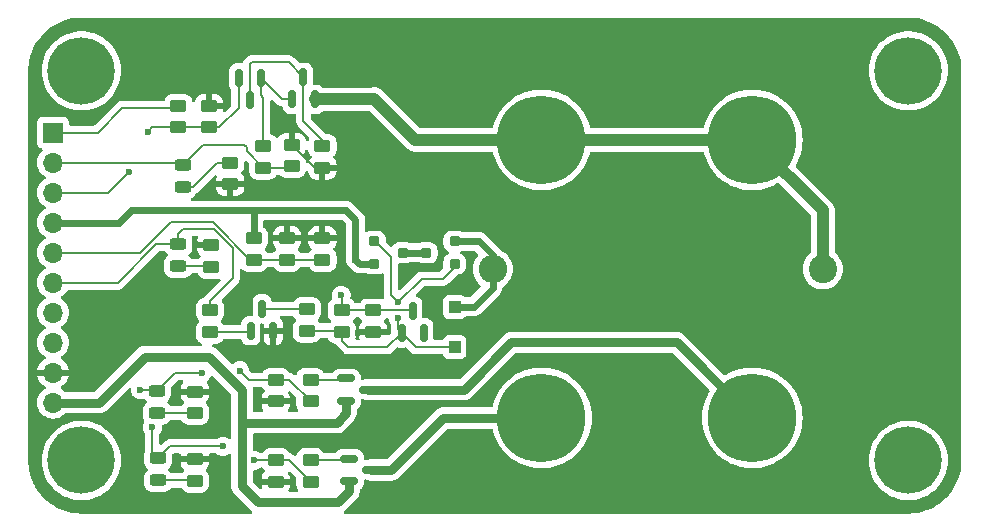
<source format=gbr>
%TF.GenerationSoftware,KiCad,Pcbnew,8.0.3*%
%TF.CreationDate,2024-06-22T23:36:34-05:00*%
%TF.ProjectId,Ematch2,456d6174-6368-4322-9e6b-696361645f70,rev?*%
%TF.SameCoordinates,Original*%
%TF.FileFunction,Copper,L1,Top*%
%TF.FilePolarity,Positive*%
%FSLAX46Y46*%
G04 Gerber Fmt 4.6, Leading zero omitted, Abs format (unit mm)*
G04 Created by KiCad (PCBNEW 8.0.3) date 2024-06-22 23:36:34*
%MOMM*%
%LPD*%
G01*
G04 APERTURE LIST*
G04 Aperture macros list*
%AMRoundRect*
0 Rectangle with rounded corners*
0 $1 Rounding radius*
0 $2 $3 $4 $5 $6 $7 $8 $9 X,Y pos of 4 corners*
0 Add a 4 corners polygon primitive as box body*
4,1,4,$2,$3,$4,$5,$6,$7,$8,$9,$2,$3,0*
0 Add four circle primitives for the rounded corners*
1,1,$1+$1,$2,$3*
1,1,$1+$1,$4,$5*
1,1,$1+$1,$6,$7*
1,1,$1+$1,$8,$9*
0 Add four rect primitives between the rounded corners*
20,1,$1+$1,$2,$3,$4,$5,0*
20,1,$1+$1,$4,$5,$6,$7,0*
20,1,$1+$1,$6,$7,$8,$9,0*
20,1,$1+$1,$8,$9,$2,$3,0*%
G04 Aperture macros list end*
%TA.AperFunction,ComponentPad*%
%ADD10C,7.500000*%
%TD*%
%TA.AperFunction,SMDPad,CuDef*%
%ADD11RoundRect,0.250000X0.450000X-0.262500X0.450000X0.262500X-0.450000X0.262500X-0.450000X-0.262500X0*%
%TD*%
%TA.AperFunction,SMDPad,CuDef*%
%ADD12RoundRect,0.250000X-0.450000X0.262500X-0.450000X-0.262500X0.450000X-0.262500X0.450000X0.262500X0*%
%TD*%
%TA.AperFunction,SMDPad,CuDef*%
%ADD13RoundRect,0.150000X0.150000X-0.587500X0.150000X0.587500X-0.150000X0.587500X-0.150000X-0.587500X0*%
%TD*%
%TA.AperFunction,SMDPad,CuDef*%
%ADD14RoundRect,0.243750X0.456250X-0.243750X0.456250X0.243750X-0.456250X0.243750X-0.456250X-0.243750X0*%
%TD*%
%TA.AperFunction,SMDPad,CuDef*%
%ADD15R,1.000000X1.000000*%
%TD*%
%TA.AperFunction,ComponentPad*%
%ADD16C,5.700000*%
%TD*%
%TA.AperFunction,SMDPad,CuDef*%
%ADD17RoundRect,0.150000X-0.587500X-0.150000X0.587500X-0.150000X0.587500X0.150000X-0.587500X0.150000X0*%
%TD*%
%TA.AperFunction,ComponentPad*%
%ADD18C,2.400000*%
%TD*%
%TA.AperFunction,ComponentPad*%
%ADD19O,2.400000X2.400000*%
%TD*%
%TA.AperFunction,SMDPad,CuDef*%
%ADD20RoundRect,0.150000X-0.150000X0.587500X-0.150000X-0.587500X0.150000X-0.587500X0.150000X0.587500X0*%
%TD*%
%TA.AperFunction,ComponentPad*%
%ADD21R,1.700000X1.700000*%
%TD*%
%TA.AperFunction,ComponentPad*%
%ADD22O,1.700000X1.700000*%
%TD*%
%TA.AperFunction,SMDPad,CuDef*%
%ADD23RoundRect,0.200000X-0.250000X-0.200000X0.250000X-0.200000X0.250000X0.200000X-0.250000X0.200000X0*%
%TD*%
%TA.AperFunction,SMDPad,CuDef*%
%ADD24RoundRect,0.200000X0.250000X0.200000X-0.250000X0.200000X-0.250000X-0.200000X0.250000X-0.200000X0*%
%TD*%
%TA.AperFunction,ViaPad*%
%ADD25C,0.600000*%
%TD*%
%TA.AperFunction,Conductor*%
%ADD26C,0.200000*%
%TD*%
%TA.AperFunction,Conductor*%
%ADD27C,1.000000*%
%TD*%
%TA.AperFunction,Conductor*%
%ADD28C,0.600000*%
%TD*%
%TA.AperFunction,Conductor*%
%ADD29C,0.800000*%
%TD*%
G04 APERTURE END LIST*
D10*
%TO.P,CLIP1,1,1*%
%TO.N,/ECOMMON*%
X148950000Y-76850000D03*
%TD*%
D11*
%TO.P,R6,1*%
%TO.N,ARM_SENSE*%
X124600000Y-87000000D03*
%TO.P,R6,2*%
%TO.N,V_ARM*%
X124600000Y-85175000D03*
%TD*%
D12*
%TO.P,R3,1*%
%TO.N,Net-(Q1-G)*%
X125400000Y-77375000D03*
%TO.P,R3,2*%
%TO.N,CHECK*%
X125400000Y-79200000D03*
%TD*%
%TO.P,R7,1*%
%TO.N,GND*%
X127400000Y-85175000D03*
%TO.P,R7,2*%
%TO.N,ARM_SENSE*%
X127400000Y-87000000D03*
%TD*%
D10*
%TO.P,CLIP4,1,1*%
%TO.N,Net-(Q6-D)*%
X166800000Y-100400000D03*
%TD*%
D12*
%TO.P,R16,1*%
%TO.N,GND*%
X119600000Y-98175000D03*
%TO.P,R16,2*%
%TO.N,Net-(LED4-K)*%
X119600000Y-100000000D03*
%TD*%
D11*
%TO.P,R2,1*%
%TO.N,GND*%
X130400000Y-79200000D03*
%TO.P,R2,2*%
%TO.N,Net-(Q1-D)*%
X130400000Y-77375000D03*
%TD*%
%TO.P,R8,1*%
%TO.N,/FGATE*%
X132050000Y-93112500D03*
%TO.P,R8,2*%
%TO.N,V_ARM*%
X132050000Y-91287500D03*
%TD*%
D13*
%TO.P,Q4,1,B*%
%TO.N,Net-(Q4-B)*%
X124337500Y-93025000D03*
%TO.P,Q4,2,E*%
%TO.N,GND*%
X126237500Y-93025000D03*
%TO.P,Q4,3,C*%
%TO.N,Net-(Q4-C)*%
X125287500Y-91150000D03*
%TD*%
D12*
%TO.P,R13,1*%
%TO.N,GND*%
X119600000Y-103887500D03*
%TO.P,R13,2*%
%TO.N,Net-(LED3-K)*%
X119600000Y-105712500D03*
%TD*%
D14*
%TO.P,LED1,1,K*%
%TO.N,Net-(LED1-K)*%
X118600000Y-80825000D03*
%TO.P,LED1,2,A*%
%TO.N,CHECK*%
X118600000Y-78950000D03*
%TD*%
D11*
%TO.P,R15,1*%
%TO.N,CUE0*%
X129400000Y-105800000D03*
%TO.P,R15,2*%
%TO.N,Net-(Q5-G)*%
X129400000Y-103975000D03*
%TD*%
D15*
%TO.P,TP2,1,1*%
%TO.N,/FGATE*%
X141600000Y-94400000D03*
%TD*%
D16*
%TO.P,REF\u002A\u002A,1*%
%TO.N,N/C*%
X180000000Y-104000000D03*
%TD*%
D17*
%TO.P,Q5,1,G*%
%TO.N,Net-(Q5-G)*%
X132662500Y-103850000D03*
%TO.P,Q5,2,S*%
%TO.N,GND2*%
X132662500Y-105750000D03*
%TO.P,Q5,3,D*%
%TO.N,Net-(Q5-D)*%
X134537500Y-104800000D03*
%TD*%
%TO.P,Q6,1,G*%
%TO.N,Net-(Q6-G)*%
X132400000Y-97050000D03*
%TO.P,Q6,2,S*%
%TO.N,GND2*%
X132400000Y-98950000D03*
%TO.P,Q6,3,D*%
%TO.N,Net-(Q6-D)*%
X134275000Y-98000000D03*
%TD*%
D11*
%TO.P,R9,1*%
%TO.N,GND*%
X134700000Y-93125000D03*
%TO.P,R9,2*%
%TO.N,V_ARM*%
X134700000Y-91300000D03*
%TD*%
D12*
%TO.P,R11,1*%
%TO.N,FIRE_ENA*%
X120887500Y-91287500D03*
%TO.P,R11,2*%
%TO.N,Net-(Q4-B)*%
X120887500Y-93112500D03*
%TD*%
D10*
%TO.P,CLIP2,1,1*%
%TO.N,/ECOMMON*%
X166800000Y-76850000D03*
%TD*%
D12*
%TO.P,R1,1*%
%TO.N,+3V3*%
X118200000Y-73975000D03*
%TO.P,R1,2*%
%TO.N,SENSE*%
X118200000Y-75800000D03*
%TD*%
D11*
%TO.P,C1,1*%
%TO.N,SENSE*%
X120800000Y-75800000D03*
%TO.P,C1,2*%
%TO.N,GND*%
X120800000Y-73975000D03*
%TD*%
%TO.P,R18,1*%
%TO.N,CUE1*%
X129400000Y-99000000D03*
%TO.P,R18,2*%
%TO.N,Net-(Q6-G)*%
X129400000Y-97175000D03*
%TD*%
D14*
%TO.P,LED2,1,K*%
%TO.N,Net-(LED2-K)*%
X118200000Y-87537500D03*
%TO.P,LED2,2,A*%
%TO.N,FIRE_ENA*%
X118200000Y-85662500D03*
%TD*%
D15*
%TO.P,TP1,1,1*%
%TO.N,Net-(Q7-S)*%
X141600000Y-91000000D03*
%TD*%
D14*
%TO.P,LED4,1,K*%
%TO.N,Net-(LED4-K)*%
X116400000Y-99975000D03*
%TO.P,LED4,2,A*%
%TO.N,CUE1*%
X116400000Y-98100000D03*
%TD*%
D18*
%TO.P,R19,1*%
%TO.N,/ECOMMON*%
X172770000Y-87800000D03*
D19*
%TO.P,R19,2*%
%TO.N,Net-(Q7-S)*%
X144830000Y-87800000D03*
%TD*%
D10*
%TO.P,CLIP3,1,1*%
%TO.N,Net-(Q5-D)*%
X148950000Y-100400000D03*
%TD*%
D11*
%TO.P,R14,1*%
%TO.N,GND*%
X126450000Y-105800000D03*
%TO.P,R14,2*%
%TO.N,CUE0*%
X126450000Y-103975000D03*
%TD*%
D20*
%TO.P,Q1,1,G*%
%TO.N,Net-(Q1-G)*%
X125200000Y-71612500D03*
%TO.P,Q1,2,S*%
%TO.N,SENSE*%
X123300000Y-71612500D03*
%TO.P,Q1,3,D*%
%TO.N,Net-(Q1-D)*%
X124250000Y-73487500D03*
%TD*%
D16*
%TO.P,REF\u002A\u002A,1*%
%TO.N,N/C*%
X180000000Y-71000000D03*
%TD*%
D14*
%TO.P,LED3,1,K*%
%TO.N,Net-(LED3-K)*%
X116487500Y-105687500D03*
%TO.P,LED3,2,A*%
%TO.N,CUE0*%
X116487500Y-103812500D03*
%TD*%
D13*
%TO.P,Q2,1,G*%
%TO.N,Net-(Q1-G)*%
X127850000Y-73425000D03*
%TO.P,Q2,2,S*%
%TO.N,/ECOMMON*%
X129750000Y-73425000D03*
%TO.P,Q2,3,D*%
%TO.N,Net-(Q1-D)*%
X128800000Y-71550000D03*
%TD*%
%TO.P,D1,1,A*%
%TO.N,/FGATE*%
X137100000Y-93200000D03*
%TO.P,D1,2,NC*%
%TO.N,unconnected-(D1-NC-Pad2)*%
X139000000Y-93200000D03*
%TO.P,D1,3,K*%
%TO.N,V_ARM*%
X138050000Y-91325000D03*
%TD*%
D12*
%TO.P,R4,1*%
%TO.N,GND*%
X127800000Y-77262500D03*
%TO.P,R4,2*%
%TO.N,CHECK*%
X127800000Y-79087500D03*
%TD*%
D11*
%TO.P,R5,1*%
%TO.N,GND*%
X122600000Y-80600000D03*
%TO.P,R5,2*%
%TO.N,Net-(LED1-K)*%
X122600000Y-78775000D03*
%TD*%
D12*
%TO.P,R12,1*%
%TO.N,GND*%
X121000000Y-85775000D03*
%TO.P,R12,2*%
%TO.N,Net-(LED2-K)*%
X121000000Y-87600000D03*
%TD*%
D11*
%TO.P,C2,1*%
%TO.N,ARM_SENSE*%
X130400000Y-87000000D03*
%TO.P,C2,2*%
%TO.N,GND*%
X130400000Y-85175000D03*
%TD*%
D21*
%TO.P,J1,1,Pin_1*%
%TO.N,+3V3*%
X107600000Y-76240000D03*
D22*
%TO.P,J1,2,Pin_2*%
%TO.N,CHECK*%
X107600000Y-78780000D03*
%TO.P,J1,3,Pin_3*%
%TO.N,SENSE*%
X107600000Y-81320000D03*
%TO.P,J1,4,Pin_4*%
%TO.N,V_ARM*%
X107600000Y-83860000D03*
%TO.P,J1,5,Pin_5*%
%TO.N,ARM_SENSE*%
X107600000Y-86400000D03*
%TO.P,J1,6,Pin_6*%
%TO.N,FIRE_ENA*%
X107600000Y-88940000D03*
%TO.P,J1,7,Pin_7*%
%TO.N,CUE0*%
X107600000Y-91480000D03*
%TO.P,J1,8,Pin_8*%
%TO.N,CUE1*%
X107600000Y-94020000D03*
%TO.P,J1,9,Pin_9*%
%TO.N,GND*%
X107600000Y-96560000D03*
%TO.P,J1,10,Pin_10*%
%TO.N,GND2*%
X107600000Y-99100000D03*
%TD*%
D11*
%TO.P,R17,1*%
%TO.N,GND*%
X126450000Y-99000000D03*
%TO.P,R17,2*%
%TO.N,CUE1*%
X126450000Y-97175000D03*
%TD*%
D16*
%TO.P,REF\u002A\u002A,1*%
%TO.N,N/C*%
X110000000Y-71000000D03*
%TD*%
D12*
%TO.P,R10,1*%
%TO.N,Net-(Q4-C)*%
X129087500Y-91175000D03*
%TO.P,R10,2*%
%TO.N,/FGATE*%
X129087500Y-93000000D03*
%TD*%
D23*
%TO.P,Q3,1,G*%
%TO.N,/FGATE*%
X134800000Y-85450000D03*
%TO.P,Q3,2,S*%
%TO.N,V_ARM*%
X134800000Y-87350000D03*
%TO.P,Q3,3,D*%
%TO.N,Net-(Q3-D)*%
X137200000Y-86400000D03*
%TD*%
D24*
%TO.P,Q7,1,G*%
%TO.N,/FGATE*%
X141600000Y-87350000D03*
%TO.P,Q7,2,S*%
%TO.N,Net-(Q7-S)*%
X141600000Y-85450000D03*
%TO.P,Q7,3,D*%
%TO.N,Net-(Q3-D)*%
X139200000Y-86400000D03*
%TD*%
D16*
%TO.P,REF\u002A\u002A,1*%
%TO.N,N/C*%
X110000000Y-104000000D03*
%TD*%
D25*
%TO.N,GND*%
X118200000Y-98200000D03*
X133400000Y-93200000D03*
X119600000Y-85600000D03*
X120800000Y-72887500D03*
X113000000Y-100000000D03*
X127800000Y-99000000D03*
X127800000Y-76087500D03*
X127400000Y-84000000D03*
X118200000Y-104000000D03*
X110800000Y-96600000D03*
X126287500Y-94487500D03*
X127800000Y-105800000D03*
X121200000Y-80687500D03*
X130400000Y-84000000D03*
%TO.N,SENSE*%
X114000000Y-79600000D03*
X115600000Y-76200000D03*
%TO.N,V_ARM*%
X133200000Y-87000000D03*
X132000000Y-90000000D03*
%TO.N,/FGATE*%
X136800000Y-91900000D03*
X136800000Y-90600000D03*
%TO.N,CUE0*%
X122000000Y-102800000D03*
X116000000Y-101200000D03*
X124600000Y-104000000D03*
%TO.N,CUE1*%
X115000000Y-98000000D03*
X120200000Y-96600000D03*
X123400000Y-96400000D03*
%TD*%
D26*
%TO.N,GND*%
X107600000Y-96560000D02*
X110760000Y-96560000D01*
X119775000Y-85775000D02*
X119600000Y-85600000D01*
X130400000Y-79200000D02*
X129737500Y-79200000D01*
X134700000Y-93125000D02*
X133475000Y-93125000D01*
X130400000Y-85175000D02*
X130400000Y-84000000D01*
X120800000Y-73975000D02*
X120800000Y-72887500D01*
X133475000Y-93125000D02*
X133400000Y-93200000D01*
X119600000Y-103887500D02*
X118312500Y-103887500D01*
X126237500Y-94437500D02*
X126287500Y-94487500D01*
X127800000Y-77262500D02*
X127800000Y-76087500D01*
X127400000Y-85175000D02*
X127400000Y-84000000D01*
X118312500Y-103887500D02*
X118200000Y-104000000D01*
X121287500Y-80600000D02*
X121200000Y-80687500D01*
X126450000Y-99000000D02*
X127800000Y-99000000D01*
X118225000Y-98175000D02*
X118200000Y-98200000D01*
X126237500Y-93025000D02*
X126237500Y-94437500D01*
X126450000Y-105800000D02*
X127800000Y-105800000D01*
X110760000Y-96560000D02*
X110800000Y-96600000D01*
X129737500Y-79200000D02*
X127800000Y-77262500D01*
X121000000Y-85775000D02*
X119775000Y-85775000D01*
X119600000Y-98175000D02*
X118225000Y-98175000D01*
X122600000Y-80600000D02*
X121287500Y-80600000D01*
%TO.N,SENSE*%
X120800000Y-75800000D02*
X121687500Y-75800000D01*
X107600000Y-81320000D02*
X112280000Y-81320000D01*
X115600000Y-76200000D02*
X116000000Y-75800000D01*
X112280000Y-81320000D02*
X114000000Y-79600000D01*
X118200000Y-75800000D02*
X120800000Y-75800000D01*
X121687500Y-75800000D02*
X123300000Y-74187500D01*
X116000000Y-75800000D02*
X118200000Y-75800000D01*
X123300000Y-74187500D02*
X123300000Y-71612500D01*
%TO.N,Net-(LED1-K)*%
X118600000Y-80825000D02*
X119462500Y-80825000D01*
X121512500Y-78775000D02*
X122600000Y-78775000D01*
X119462500Y-80825000D02*
X121512500Y-78775000D01*
%TO.N,CHECK*%
X124000000Y-77800000D02*
X125400000Y-79200000D01*
X120262500Y-77287500D02*
X118600000Y-78950000D01*
X124000000Y-77487500D02*
X124000000Y-77800000D01*
X107600000Y-78780000D02*
X118430000Y-78780000D01*
X125400000Y-79200000D02*
X127687500Y-79200000D01*
X120262500Y-77287500D02*
X123800000Y-77287500D01*
X123800000Y-77287500D02*
X124000000Y-77487500D01*
%TO.N,Net-(Q1-G)*%
X125200000Y-73087500D02*
X125200000Y-71612500D01*
X125400000Y-73287500D02*
X125200000Y-73087500D01*
X127012500Y-73425000D02*
X127850000Y-73425000D01*
X125200000Y-71612500D02*
X127012500Y-73425000D01*
X125400000Y-77375000D02*
X125400000Y-73287500D01*
%TO.N,Net-(Q1-D)*%
X124250000Y-73487500D02*
X124250000Y-70437500D01*
X124400000Y-70287500D02*
X127537500Y-70287500D01*
X127537500Y-70287500D02*
X128800000Y-71550000D01*
X130400000Y-77375000D02*
X130400000Y-76887500D01*
X130400000Y-76887500D02*
X128800000Y-75287500D01*
X128800000Y-75287500D02*
X128800000Y-71550000D01*
X124250000Y-70437500D02*
X124400000Y-70287500D01*
D27*
%TO.N,/ECOMMON*%
X134800000Y-73400000D02*
X138250000Y-76850000D01*
X172770000Y-82820000D02*
X172770000Y-87800000D01*
X129750000Y-73425000D02*
X134775000Y-73425000D01*
X134775000Y-73425000D02*
X134800000Y-73400000D01*
X166800000Y-76850000D02*
X172770000Y-82820000D01*
X148950000Y-76850000D02*
X166800000Y-76850000D01*
X138250000Y-76850000D02*
X148950000Y-76850000D01*
D26*
%TO.N,+3V3*%
X113450000Y-74150000D02*
X111360000Y-76240000D01*
X111360000Y-76240000D02*
X107600000Y-76240000D01*
X118025000Y-74150000D02*
X113450000Y-74150000D01*
%TO.N,ARM_SENSE*%
X117580000Y-83820000D02*
X120200000Y-83820000D01*
X124296762Y-87000000D02*
X124600000Y-87000000D01*
X107600000Y-86400000D02*
X115000000Y-86400000D01*
X121116762Y-83820000D02*
X124296762Y-87000000D01*
X124600000Y-87000000D02*
X130400000Y-87000000D01*
X115000000Y-86400000D02*
X117580000Y-83820000D01*
X120200000Y-83820000D02*
X121116762Y-83820000D01*
D28*
%TO.N,V_ARM*%
X113140000Y-83860000D02*
X107600000Y-83860000D01*
D26*
X132050000Y-91287500D02*
X134687500Y-91287500D01*
D28*
X125200000Y-82800000D02*
X124600000Y-82800000D01*
X133200000Y-86400000D02*
X133200000Y-87000000D01*
X124600000Y-82800000D02*
X124600000Y-85175000D01*
X124600000Y-82800000D02*
X114200000Y-82800000D01*
X133550000Y-87350000D02*
X133200000Y-87000000D01*
X134800000Y-87350000D02*
X133550000Y-87350000D01*
X114200000Y-82800000D02*
X113140000Y-83860000D01*
X133200000Y-83600000D02*
X133200000Y-86400000D01*
D26*
X132050000Y-91287500D02*
X132050000Y-90050000D01*
D28*
X129200000Y-82800000D02*
X125200000Y-82800000D01*
X132400000Y-82800000D02*
X133200000Y-83600000D01*
D26*
X132050000Y-90050000D02*
X132000000Y-90000000D01*
X134700000Y-91300000D02*
X138025000Y-91300000D01*
D28*
X129200000Y-82800000D02*
X132400000Y-82800000D01*
D26*
%TO.N,/FGATE*%
X134850000Y-85450000D02*
X136200000Y-86800000D01*
X141600000Y-87350000D02*
X141600000Y-87600000D01*
X141600000Y-87600000D02*
X140600000Y-88600000D01*
X132050000Y-93112500D02*
X132050000Y-93850000D01*
X136800000Y-91900000D02*
X136800000Y-92900000D01*
X140600000Y-88600000D02*
X138800000Y-88600000D01*
X137100000Y-93200000D02*
X138300000Y-94400000D01*
X132050000Y-93850000D02*
X132600000Y-94400000D01*
X138800000Y-88600000D02*
X136800000Y-90600000D01*
X136200000Y-86800000D02*
X136200000Y-90000000D01*
X136200000Y-90000000D02*
X136800000Y-90600000D01*
X135900000Y-94400000D02*
X137100000Y-93200000D01*
X136800000Y-92900000D02*
X137100000Y-93200000D01*
X129087500Y-93000000D02*
X131937500Y-93000000D01*
X138300000Y-94400000D02*
X141600000Y-94400000D01*
X132600000Y-94400000D02*
X135900000Y-94400000D01*
D29*
%TO.N,Net-(Q5-D)*%
X140600000Y-100400000D02*
X148950000Y-100400000D01*
X136200000Y-104800000D02*
X140600000Y-100400000D01*
X134537500Y-104800000D02*
X136200000Y-104800000D01*
%TO.N,Net-(Q6-D)*%
X146400000Y-94000000D02*
X160400000Y-94000000D01*
X160400000Y-94000000D02*
X166800000Y-100400000D01*
X142400000Y-98000000D02*
X146400000Y-94000000D01*
X134275000Y-98000000D02*
X142400000Y-98000000D01*
D26*
%TO.N,FIRE_ENA*%
X122817157Y-88582843D02*
X120887500Y-90512500D01*
X118600000Y-84400000D02*
X121200000Y-84400000D01*
X118200000Y-85662500D02*
X116337500Y-85662500D01*
X120887500Y-90512500D02*
X120887500Y-91287500D01*
X113060000Y-88940000D02*
X116337500Y-85662500D01*
X118200000Y-84800000D02*
X118600000Y-84400000D01*
X122817157Y-85982843D02*
X122817157Y-88582843D01*
X107600000Y-88940000D02*
X113060000Y-88940000D01*
X121200000Y-84400000D02*
X121800000Y-85000000D01*
X121834314Y-85000000D02*
X122817157Y-85982843D01*
X121800000Y-85000000D02*
X121834314Y-85000000D01*
X118200000Y-85662500D02*
X118200000Y-84800000D01*
%TO.N,Net-(LED2-K)*%
X118200000Y-87537500D02*
X120937500Y-87537500D01*
%TO.N,Net-(Q4-C)*%
X125287500Y-91150000D02*
X129062500Y-91150000D01*
%TO.N,Net-(Q4-B)*%
X120887500Y-93112500D02*
X124250000Y-93112500D01*
%TO.N,CUE0*%
X127575000Y-103975000D02*
X129400000Y-105800000D01*
X117500000Y-102800000D02*
X116487500Y-103812500D01*
X126450000Y-103975000D02*
X124625000Y-103975000D01*
X116487500Y-103812500D02*
X116000000Y-103325000D01*
X124625000Y-103975000D02*
X124600000Y-104000000D01*
X126450000Y-103975000D02*
X127575000Y-103975000D01*
X116000000Y-103325000D02*
X116000000Y-101200000D01*
X122000000Y-102800000D02*
X117500000Y-102800000D01*
%TO.N,CUE1*%
X120200000Y-96600000D02*
X117900000Y-96600000D01*
X124175000Y-97175000D02*
X123400000Y-96400000D01*
X126450000Y-97175000D02*
X124175000Y-97175000D01*
X117900000Y-96600000D02*
X116400000Y-98100000D01*
X126450000Y-97175000D02*
X127575000Y-97175000D01*
X115000000Y-98000000D02*
X116300000Y-98000000D01*
X127575000Y-97175000D02*
X129400000Y-99000000D01*
%TO.N,Net-(LED3-K)*%
X116487500Y-105687500D02*
X119575000Y-105687500D01*
%TO.N,Net-(LED4-K)*%
X116400000Y-99975000D02*
X119175000Y-99975000D01*
D28*
%TO.N,Net-(Q3-D)*%
X137200000Y-86400000D02*
X139200000Y-86400000D01*
D26*
%TO.N,Net-(Q5-G)*%
X129400000Y-103975000D02*
X132537500Y-103975000D01*
%TO.N,Net-(Q6-G)*%
X129400000Y-97175000D02*
X132275000Y-97175000D01*
D28*
%TO.N,Net-(Q7-S)*%
X143200000Y-91000000D02*
X141600000Y-91000000D01*
X144830000Y-87800000D02*
X144830000Y-89370000D01*
X144830000Y-86630000D02*
X144830000Y-87800000D01*
X141600000Y-85450000D02*
X143650000Y-85450000D01*
X144830000Y-89370000D02*
X143200000Y-91000000D01*
X143650000Y-85450000D02*
X144830000Y-86630000D01*
D29*
%TO.N,GND2*%
X123600000Y-100800000D02*
X131600000Y-100800000D01*
X131600000Y-100800000D02*
X132400000Y-100000000D01*
X107600000Y-99100000D02*
X111500000Y-99100000D01*
X120800000Y-95200000D02*
X123600000Y-98000000D01*
X123600000Y-98000000D02*
X123600000Y-100800000D01*
X132400000Y-100000000D02*
X132400000Y-98950000D01*
X115400000Y-95200000D02*
X120800000Y-95200000D01*
X132662500Y-106600000D02*
X132662500Y-105750000D01*
X131725000Y-107537500D02*
X132662500Y-106600000D01*
X124937500Y-107537500D02*
X131725000Y-107537500D01*
X111500000Y-99100000D02*
X115400000Y-95200000D01*
X123600000Y-100800000D02*
X123600000Y-106200000D01*
X123600000Y-106200000D02*
X124937500Y-107537500D01*
%TD*%
%TA.AperFunction,Conductor*%
%TO.N,GND*%
G36*
X180002702Y-66500617D02*
G01*
X180386771Y-66517386D01*
X180397506Y-66518326D01*
X180775971Y-66568152D01*
X180786597Y-66570025D01*
X181159284Y-66652648D01*
X181169710Y-66655442D01*
X181533765Y-66770227D01*
X181543911Y-66773920D01*
X181896578Y-66920000D01*
X181906369Y-66924566D01*
X182244942Y-67100816D01*
X182254310Y-67106224D01*
X182576244Y-67311318D01*
X182585105Y-67317523D01*
X182887930Y-67549889D01*
X182896217Y-67556843D01*
X183177635Y-67814715D01*
X183185284Y-67822364D01*
X183443156Y-68103782D01*
X183450110Y-68112069D01*
X183682476Y-68414894D01*
X183688681Y-68423755D01*
X183893775Y-68745689D01*
X183899183Y-68755057D01*
X184075430Y-69093623D01*
X184080002Y-69103427D01*
X184226075Y-69456078D01*
X184229775Y-69466244D01*
X184344554Y-69830278D01*
X184347354Y-69840727D01*
X184429971Y-70213389D01*
X184431849Y-70224042D01*
X184481671Y-70602473D01*
X184482614Y-70613249D01*
X184499382Y-70997297D01*
X184499500Y-71002706D01*
X184499500Y-103997293D01*
X184499382Y-104002702D01*
X184482614Y-104386750D01*
X184481671Y-104397526D01*
X184431849Y-104775957D01*
X184429971Y-104786610D01*
X184347354Y-105159272D01*
X184344554Y-105169721D01*
X184229775Y-105533755D01*
X184226075Y-105543921D01*
X184080002Y-105896572D01*
X184075430Y-105906376D01*
X183899183Y-106244942D01*
X183893775Y-106254310D01*
X183688681Y-106576244D01*
X183682476Y-106585105D01*
X183450110Y-106887930D01*
X183443156Y-106896217D01*
X183185284Y-107177635D01*
X183177635Y-107185284D01*
X182896217Y-107443156D01*
X182887930Y-107450110D01*
X182585105Y-107682476D01*
X182576244Y-107688681D01*
X182254310Y-107893775D01*
X182244942Y-107899183D01*
X181906376Y-108075430D01*
X181896572Y-108080002D01*
X181543921Y-108226075D01*
X181533755Y-108229775D01*
X181169721Y-108344554D01*
X181159272Y-108347354D01*
X180786610Y-108429971D01*
X180775957Y-108431849D01*
X180397526Y-108481671D01*
X180386750Y-108482614D01*
X180002703Y-108499382D01*
X179997294Y-108499500D01*
X132314894Y-108499500D01*
X132247855Y-108479815D01*
X132202100Y-108427011D01*
X132192156Y-108357853D01*
X132221181Y-108294297D01*
X132246005Y-108272397D01*
X132299033Y-108236966D01*
X132299032Y-108236966D01*
X132299036Y-108236964D01*
X133361964Y-107174036D01*
X133411099Y-107100500D01*
X133460513Y-107026547D01*
X133513152Y-106899464D01*
X133528395Y-106862666D01*
X133563000Y-106688692D01*
X133563000Y-106541363D01*
X133582685Y-106474324D01*
X133623876Y-106434632D01*
X133651865Y-106418081D01*
X133768081Y-106301865D01*
X133851744Y-106160398D01*
X133889450Y-106030613D01*
X133897597Y-106002573D01*
X133897598Y-106002567D01*
X133900499Y-105965701D01*
X133900500Y-105965694D01*
X133900500Y-105724500D01*
X133920185Y-105657461D01*
X133972989Y-105611706D01*
X134024500Y-105600500D01*
X134092293Y-105600500D01*
X134139745Y-105609939D01*
X134274834Y-105665894D01*
X134274836Y-105665894D01*
X134274841Y-105665896D01*
X134448804Y-105700499D01*
X134448807Y-105700500D01*
X134448809Y-105700500D01*
X136288693Y-105700500D01*
X136288694Y-105700499D01*
X136462666Y-105665895D01*
X136544606Y-105631953D01*
X136626547Y-105598013D01*
X136721891Y-105534306D01*
X136774036Y-105499464D01*
X140936680Y-101336818D01*
X140998003Y-101303334D01*
X141024361Y-101300500D01*
X144697153Y-101300500D01*
X144764192Y-101320185D01*
X144809947Y-101372989D01*
X144817658Y-101395266D01*
X144867050Y-101598863D01*
X144867053Y-101598874D01*
X144999492Y-101981533D01*
X144999494Y-101981537D01*
X145167717Y-102349892D01*
X145167725Y-102349908D01*
X145370200Y-102700606D01*
X145370206Y-102700614D01*
X145605083Y-103030452D01*
X145605092Y-103030462D01*
X145605093Y-103030464D01*
X145870280Y-103336507D01*
X146163358Y-103615956D01*
X146481672Y-103866281D01*
X146822340Y-104085215D01*
X147182276Y-104270775D01*
X147182281Y-104270777D01*
X147182283Y-104270778D01*
X147262013Y-104302697D01*
X147558221Y-104421281D01*
X147946770Y-104535369D01*
X148154989Y-104575500D01*
X148343429Y-104611819D01*
X148344405Y-104612007D01*
X148747524Y-104650500D01*
X148747530Y-104650500D01*
X149152470Y-104650500D01*
X149152476Y-104650500D01*
X149555595Y-104612007D01*
X149953230Y-104535369D01*
X150341779Y-104421281D01*
X150717724Y-104270775D01*
X151077660Y-104085215D01*
X151418328Y-103866281D01*
X151736642Y-103615956D01*
X152029720Y-103336507D01*
X152294907Y-103030464D01*
X152296886Y-103027686D01*
X152529793Y-102700614D01*
X152529799Y-102700606D01*
X152529800Y-102700603D01*
X152529803Y-102700600D01*
X152732279Y-102349900D01*
X152900503Y-101981543D01*
X152900505Y-101981536D01*
X152900507Y-101981533D01*
X153032946Y-101598874D01*
X153032946Y-101598871D01*
X153032950Y-101598862D01*
X153128421Y-101205325D01*
X153186052Y-100804494D01*
X153205320Y-100400000D01*
X153186052Y-99995506D01*
X153128421Y-99594675D01*
X153032950Y-99201138D01*
X153023844Y-99174827D01*
X152900507Y-98818466D01*
X152900505Y-98818462D01*
X152895160Y-98806759D01*
X152732279Y-98450100D01*
X152702201Y-98398004D01*
X152529799Y-98099393D01*
X152529793Y-98099385D01*
X152294916Y-97769547D01*
X152294905Y-97769534D01*
X152290922Y-97764937D01*
X152029720Y-97463493D01*
X151736642Y-97184044D01*
X151418328Y-96933719D01*
X151077660Y-96714785D01*
X150717724Y-96529225D01*
X150717723Y-96529224D01*
X150717720Y-96529223D01*
X150717716Y-96529221D01*
X150341780Y-96378719D01*
X150341768Y-96378715D01*
X149953235Y-96264632D01*
X149953218Y-96264628D01*
X149555610Y-96187995D01*
X149555598Y-96187993D01*
X149398465Y-96172989D01*
X149152476Y-96149500D01*
X148747524Y-96149500D01*
X148506656Y-96172500D01*
X148344401Y-96187993D01*
X148344389Y-96187995D01*
X147946781Y-96264628D01*
X147946764Y-96264632D01*
X147558231Y-96378715D01*
X147558219Y-96378719D01*
X147182283Y-96529221D01*
X147182279Y-96529223D01*
X146822343Y-96714783D01*
X146481683Y-96933711D01*
X146481676Y-96933716D01*
X146481672Y-96933719D01*
X146301383Y-97075500D01*
X146163359Y-97184043D01*
X146163357Y-97184044D01*
X145870283Y-97463490D01*
X145870281Y-97463492D01*
X145605094Y-97769534D01*
X145605083Y-97769547D01*
X145370206Y-98099385D01*
X145370200Y-98099393D01*
X145167725Y-98450091D01*
X145167717Y-98450107D01*
X144999494Y-98818462D01*
X144999492Y-98818466D01*
X144867053Y-99201125D01*
X144867050Y-99201136D01*
X144817658Y-99404734D01*
X144782723Y-99465243D01*
X144720620Y-99497259D01*
X144697153Y-99499500D01*
X140511304Y-99499500D01*
X140337341Y-99534103D01*
X140337333Y-99534105D01*
X140241228Y-99573914D01*
X140241227Y-99573914D01*
X140173457Y-99601984D01*
X140173455Y-99601985D01*
X140065625Y-99674036D01*
X140065624Y-99674037D01*
X140025962Y-99700537D01*
X140025961Y-99700538D01*
X135863319Y-103863181D01*
X135801996Y-103896666D01*
X135775638Y-103899500D01*
X134448806Y-103899500D01*
X134274841Y-103934103D01*
X134274832Y-103934106D01*
X134139745Y-103990061D01*
X134092293Y-103999500D01*
X134024500Y-103999500D01*
X133957461Y-103979815D01*
X133911706Y-103927011D01*
X133900500Y-103875500D01*
X133900500Y-103634313D01*
X133900499Y-103634298D01*
X133897598Y-103597432D01*
X133897597Y-103597426D01*
X133859589Y-103466603D01*
X133851744Y-103439602D01*
X133768081Y-103298135D01*
X133768079Y-103298133D01*
X133768076Y-103298129D01*
X133651870Y-103181923D01*
X133651862Y-103181917D01*
X133510396Y-103098255D01*
X133510393Y-103098254D01*
X133352573Y-103052402D01*
X133352567Y-103052401D01*
X133315701Y-103049500D01*
X133315694Y-103049500D01*
X132009306Y-103049500D01*
X132009298Y-103049500D01*
X131972432Y-103052401D01*
X131972426Y-103052402D01*
X131814606Y-103098254D01*
X131814603Y-103098255D01*
X131673137Y-103181917D01*
X131673129Y-103181923D01*
X131556923Y-103298129D01*
X131556914Y-103298140D01*
X131547759Y-103313622D01*
X131496689Y-103361305D01*
X131441028Y-103374500D01*
X130592508Y-103374500D01*
X130525469Y-103354815D01*
X130486969Y-103315597D01*
X130478744Y-103302262D01*
X130442712Y-103243844D01*
X130318656Y-103119788D01*
X130173838Y-103030464D01*
X130169336Y-103027687D01*
X130169331Y-103027685D01*
X130167862Y-103027198D01*
X130002797Y-102972501D01*
X130002795Y-102972500D01*
X129900010Y-102962000D01*
X128899998Y-102962000D01*
X128899980Y-102962001D01*
X128797203Y-102972500D01*
X128797200Y-102972501D01*
X128630668Y-103027685D01*
X128630663Y-103027687D01*
X128481342Y-103119789D01*
X128357289Y-103243842D01*
X128265187Y-103393163D01*
X128265185Y-103393168D01*
X128249798Y-103439603D01*
X128223439Y-103519152D01*
X128223193Y-103519893D01*
X128183420Y-103577338D01*
X128118904Y-103604161D01*
X128050129Y-103591846D01*
X128017806Y-103568570D01*
X127943717Y-103494481D01*
X127943709Y-103494475D01*
X127831715Y-103429816D01*
X127831714Y-103429815D01*
X127831714Y-103429816D01*
X127806785Y-103415423D01*
X127792913Y-103411706D01*
X127654057Y-103374499D01*
X127654054Y-103374499D01*
X127642507Y-103374499D01*
X127575468Y-103354814D01*
X127536968Y-103315595D01*
X127492712Y-103243844D01*
X127368657Y-103119789D01*
X127368656Y-103119788D01*
X127223838Y-103030464D01*
X127219336Y-103027687D01*
X127219331Y-103027685D01*
X127217862Y-103027198D01*
X127052797Y-102972501D01*
X127052795Y-102972500D01*
X126950010Y-102962000D01*
X125949998Y-102962000D01*
X125949980Y-102962001D01*
X125847203Y-102972500D01*
X125847200Y-102972501D01*
X125680668Y-103027685D01*
X125680663Y-103027687D01*
X125531342Y-103119789D01*
X125407289Y-103243842D01*
X125363031Y-103315597D01*
X125311083Y-103362321D01*
X125257492Y-103374500D01*
X125144855Y-103374500D01*
X125078883Y-103355494D01*
X124949523Y-103274211D01*
X124779254Y-103214631D01*
X124779250Y-103214630D01*
X124610616Y-103195630D01*
X124546202Y-103168563D01*
X124506647Y-103110968D01*
X124500500Y-103072410D01*
X124500500Y-101824500D01*
X124520185Y-101757461D01*
X124572989Y-101711706D01*
X124624500Y-101700500D01*
X131688693Y-101700500D01*
X131688694Y-101700499D01*
X131862666Y-101665895D01*
X131944606Y-101631953D01*
X132026547Y-101598013D01*
X132026549Y-101598011D01*
X132026552Y-101598010D01*
X132114955Y-101538939D01*
X132114955Y-101538938D01*
X132114959Y-101538936D01*
X132174036Y-101499464D01*
X133099464Y-100574036D01*
X133198013Y-100426547D01*
X133265895Y-100262666D01*
X133300500Y-100088692D01*
X133300500Y-99911308D01*
X133300500Y-99741363D01*
X133320185Y-99674324D01*
X133361376Y-99634632D01*
X133389365Y-99618081D01*
X133505581Y-99501865D01*
X133589244Y-99360398D01*
X133635098Y-99202569D01*
X133638000Y-99165694D01*
X133638000Y-98924500D01*
X133657685Y-98857461D01*
X133710489Y-98811706D01*
X133762000Y-98800500D01*
X133829793Y-98800500D01*
X133877245Y-98809939D01*
X134012334Y-98865894D01*
X134012336Y-98865894D01*
X134012341Y-98865896D01*
X134186304Y-98900499D01*
X134186307Y-98900500D01*
X134186309Y-98900500D01*
X142488693Y-98900500D01*
X142488694Y-98900499D01*
X142662666Y-98865895D01*
X142744606Y-98831953D01*
X142826547Y-98798013D01*
X142921891Y-98734306D01*
X142934636Y-98725790D01*
X142947770Y-98717014D01*
X142974036Y-98699464D01*
X146736680Y-94936818D01*
X146798003Y-94903334D01*
X146824361Y-94900500D01*
X159975638Y-94900500D01*
X160042677Y-94920185D01*
X160063319Y-94936819D01*
X163155004Y-98028504D01*
X163188489Y-98089827D01*
X163183505Y-98159519D01*
X163174710Y-98178185D01*
X163017725Y-98450091D01*
X163017717Y-98450107D01*
X162849494Y-98818462D01*
X162849492Y-98818466D01*
X162717053Y-99201125D01*
X162717050Y-99201136D01*
X162621579Y-99594673D01*
X162563948Y-99995501D01*
X162544680Y-100400000D01*
X162563948Y-100804498D01*
X162621579Y-101205326D01*
X162717050Y-101598863D01*
X162717053Y-101598874D01*
X162849492Y-101981533D01*
X162849494Y-101981537D01*
X163017717Y-102349892D01*
X163017725Y-102349908D01*
X163220200Y-102700606D01*
X163220206Y-102700614D01*
X163455083Y-103030452D01*
X163455092Y-103030462D01*
X163455093Y-103030464D01*
X163720280Y-103336507D01*
X164013358Y-103615956D01*
X164331672Y-103866281D01*
X164672340Y-104085215D01*
X165032276Y-104270775D01*
X165032281Y-104270777D01*
X165032283Y-104270778D01*
X165112013Y-104302697D01*
X165408221Y-104421281D01*
X165796770Y-104535369D01*
X166004989Y-104575500D01*
X166193429Y-104611819D01*
X166194405Y-104612007D01*
X166597524Y-104650500D01*
X166597530Y-104650500D01*
X167002470Y-104650500D01*
X167002476Y-104650500D01*
X167405595Y-104612007D01*
X167803230Y-104535369D01*
X168191779Y-104421281D01*
X168567724Y-104270775D01*
X168927660Y-104085215D01*
X169060262Y-103999997D01*
X176644579Y-103999997D01*
X176644579Y-104000002D01*
X176664248Y-104362782D01*
X176664250Y-104362799D01*
X176723024Y-104721303D01*
X176723030Y-104721329D01*
X176820221Y-105071381D01*
X176820226Y-105071396D01*
X176954700Y-105408901D01*
X176954706Y-105408913D01*
X177124878Y-105729892D01*
X177124884Y-105729901D01*
X177328772Y-106030613D01*
X177552780Y-106294336D01*
X177563979Y-106307521D01*
X177787261Y-106519025D01*
X177827745Y-106557374D01*
X177827755Y-106557382D01*
X177841344Y-106567712D01*
X178116981Y-106777245D01*
X178428292Y-106964555D01*
X178428294Y-106964556D01*
X178428296Y-106964557D01*
X178428300Y-106964559D01*
X178722133Y-107100500D01*
X178758031Y-107117108D01*
X179102330Y-107233116D01*
X179457153Y-107311218D01*
X179818341Y-107350500D01*
X179818347Y-107350500D01*
X180181653Y-107350500D01*
X180181659Y-107350500D01*
X180542847Y-107311218D01*
X180897670Y-107233116D01*
X181241969Y-107117108D01*
X181571708Y-106964555D01*
X181883019Y-106777245D01*
X182172254Y-106557375D01*
X182436021Y-106307521D01*
X182671227Y-106030614D01*
X182875117Y-105729900D01*
X183045298Y-105408905D01*
X183179775Y-105071391D01*
X183200082Y-104998254D01*
X183216719Y-104938330D01*
X183276973Y-104721316D01*
X183318318Y-104469124D01*
X183335749Y-104362799D01*
X183335751Y-104362782D01*
X183340740Y-104270778D01*
X183350801Y-104085215D01*
X183355421Y-104000002D01*
X183355421Y-103999997D01*
X183343619Y-103782329D01*
X183335751Y-103637215D01*
X183335275Y-103634313D01*
X183276975Y-103278696D01*
X183276974Y-103278695D01*
X183276973Y-103278684D01*
X183250106Y-103181917D01*
X183179778Y-102928618D01*
X183179773Y-102928603D01*
X183045299Y-102591098D01*
X183045298Y-102591095D01*
X182875117Y-102270100D01*
X182671227Y-101969386D01*
X182436021Y-101692479D01*
X182172254Y-101442625D01*
X182172244Y-101442617D01*
X182088892Y-101379255D01*
X181883019Y-101222755D01*
X181571708Y-101035445D01*
X181571707Y-101035444D01*
X181571703Y-101035442D01*
X181571699Y-101035440D01*
X181241979Y-100882896D01*
X181241974Y-100882894D01*
X181241969Y-100882892D01*
X181074143Y-100826344D01*
X180897669Y-100766883D01*
X180542845Y-100688781D01*
X180181660Y-100649500D01*
X180181659Y-100649500D01*
X179818341Y-100649500D01*
X179818339Y-100649500D01*
X179457154Y-100688781D01*
X179102330Y-100766883D01*
X178854238Y-100850476D01*
X178758031Y-100882892D01*
X178758028Y-100882893D01*
X178758020Y-100882896D01*
X178428300Y-101035440D01*
X178428296Y-101035442D01*
X178196453Y-101174937D01*
X178116981Y-101222755D01*
X178027332Y-101290903D01*
X177827755Y-101442617D01*
X177827745Y-101442625D01*
X177563978Y-101692479D01*
X177328772Y-101969386D01*
X177124884Y-102270098D01*
X177124878Y-102270107D01*
X176954706Y-102591086D01*
X176954700Y-102591098D01*
X176820226Y-102928603D01*
X176820221Y-102928618D01*
X176723030Y-103278670D01*
X176723024Y-103278696D01*
X176664250Y-103637200D01*
X176664248Y-103637217D01*
X176644579Y-103999997D01*
X169060262Y-103999997D01*
X169268328Y-103866281D01*
X169586642Y-103615956D01*
X169879720Y-103336507D01*
X170144907Y-103030464D01*
X170146886Y-103027686D01*
X170379793Y-102700614D01*
X170379799Y-102700606D01*
X170379800Y-102700603D01*
X170379803Y-102700600D01*
X170582279Y-102349900D01*
X170750503Y-101981543D01*
X170750505Y-101981536D01*
X170750507Y-101981533D01*
X170882946Y-101598874D01*
X170882946Y-101598871D01*
X170882950Y-101598862D01*
X170978421Y-101205325D01*
X171036052Y-100804494D01*
X171055320Y-100400000D01*
X171036052Y-99995506D01*
X170978421Y-99594675D01*
X170882950Y-99201138D01*
X170873844Y-99174827D01*
X170750507Y-98818466D01*
X170750505Y-98818462D01*
X170745160Y-98806759D01*
X170582279Y-98450100D01*
X170552201Y-98398004D01*
X170379799Y-98099393D01*
X170379793Y-98099385D01*
X170144916Y-97769547D01*
X170144905Y-97769534D01*
X170140922Y-97764937D01*
X169879720Y-97463493D01*
X169586642Y-97184044D01*
X169268328Y-96933719D01*
X168927660Y-96714785D01*
X168567724Y-96529225D01*
X168567723Y-96529224D01*
X168567720Y-96529223D01*
X168567716Y-96529221D01*
X168191780Y-96378719D01*
X168191768Y-96378715D01*
X167803235Y-96264632D01*
X167803218Y-96264628D01*
X167405610Y-96187995D01*
X167405598Y-96187993D01*
X167248465Y-96172989D01*
X167002476Y-96149500D01*
X166597524Y-96149500D01*
X166356656Y-96172500D01*
X166194401Y-96187993D01*
X166194389Y-96187995D01*
X165796781Y-96264628D01*
X165796764Y-96264632D01*
X165408231Y-96378715D01*
X165408219Y-96378719D01*
X165032283Y-96529221D01*
X165032279Y-96529223D01*
X164672343Y-96714783D01*
X164672340Y-96714785D01*
X164583480Y-96771892D01*
X164583478Y-96771893D01*
X164516438Y-96791577D01*
X164449399Y-96771892D01*
X164428758Y-96755258D01*
X160974041Y-93300540D01*
X160974038Y-93300537D01*
X160897652Y-93249498D01*
X160826544Y-93201985D01*
X160826542Y-93201984D01*
X160744607Y-93168046D01*
X160744606Y-93168046D01*
X160662666Y-93134105D01*
X160662658Y-93134103D01*
X160488696Y-93099500D01*
X160488692Y-93099500D01*
X160488691Y-93099500D01*
X146488692Y-93099500D01*
X146311308Y-93099500D01*
X146311303Y-93099500D01*
X146137341Y-93134103D01*
X146137329Y-93134106D01*
X146055392Y-93168045D01*
X146055393Y-93168046D01*
X145973455Y-93201985D01*
X145825965Y-93300535D01*
X145825964Y-93300537D01*
X142063319Y-97063181D01*
X142001996Y-97096666D01*
X141975638Y-97099500D01*
X134186306Y-97099500D01*
X134012341Y-97134103D01*
X134012332Y-97134106D01*
X133877245Y-97190061D01*
X133829793Y-97199500D01*
X133762000Y-97199500D01*
X133694961Y-97179815D01*
X133649206Y-97127011D01*
X133638000Y-97075500D01*
X133638000Y-96834313D01*
X133637999Y-96834298D01*
X133637339Y-96825916D01*
X133635098Y-96797431D01*
X133633475Y-96791846D01*
X133589245Y-96639606D01*
X133589244Y-96639602D01*
X133539101Y-96554814D01*
X133505581Y-96498135D01*
X133505579Y-96498133D01*
X133505576Y-96498129D01*
X133389370Y-96381923D01*
X133389362Y-96381917D01*
X133267754Y-96309999D01*
X133247898Y-96298256D01*
X133247897Y-96298255D01*
X133247896Y-96298255D01*
X133247893Y-96298254D01*
X133090073Y-96252402D01*
X133090067Y-96252401D01*
X133053201Y-96249500D01*
X133053194Y-96249500D01*
X131746806Y-96249500D01*
X131746798Y-96249500D01*
X131709932Y-96252401D01*
X131709926Y-96252402D01*
X131552106Y-96298254D01*
X131552103Y-96298255D01*
X131410637Y-96381917D01*
X131410629Y-96381923D01*
X131294423Y-96498129D01*
X131294414Y-96498140D01*
X131285259Y-96513622D01*
X131234189Y-96561305D01*
X131178528Y-96574500D01*
X130592508Y-96574500D01*
X130525469Y-96554815D01*
X130486969Y-96515597D01*
X130485751Y-96513622D01*
X130442712Y-96443844D01*
X130318656Y-96319788D01*
X130225888Y-96262569D01*
X130169336Y-96227687D01*
X130169331Y-96227685D01*
X130148381Y-96220743D01*
X130002797Y-96172501D01*
X130002795Y-96172500D01*
X129900010Y-96162000D01*
X128899998Y-96162000D01*
X128899980Y-96162001D01*
X128797203Y-96172500D01*
X128797200Y-96172501D01*
X128630668Y-96227685D01*
X128630663Y-96227687D01*
X128481342Y-96319789D01*
X128357289Y-96443842D01*
X128265187Y-96593163D01*
X128265185Y-96593168D01*
X128249797Y-96639606D01*
X128224886Y-96714785D01*
X128223193Y-96719893D01*
X128183420Y-96777338D01*
X128118904Y-96804161D01*
X128050129Y-96791846D01*
X128017806Y-96768570D01*
X127943717Y-96694481D01*
X127943709Y-96694475D01*
X127848665Y-96639602D01*
X127848663Y-96639601D01*
X127806790Y-96615425D01*
X127806789Y-96615424D01*
X127794263Y-96612067D01*
X127654057Y-96574499D01*
X127654054Y-96574499D01*
X127642507Y-96574499D01*
X127575468Y-96554814D01*
X127536968Y-96515595D01*
X127492712Y-96443844D01*
X127368657Y-96319789D01*
X127368656Y-96319788D01*
X127275888Y-96262569D01*
X127219336Y-96227687D01*
X127219331Y-96227685D01*
X127198381Y-96220743D01*
X127052797Y-96172501D01*
X127052795Y-96172500D01*
X126950010Y-96162000D01*
X125949998Y-96162000D01*
X125949980Y-96162001D01*
X125847203Y-96172500D01*
X125847200Y-96172501D01*
X125680668Y-96227685D01*
X125680663Y-96227687D01*
X125531342Y-96319789D01*
X125407289Y-96443842D01*
X125407288Y-96443844D01*
X125376245Y-96494174D01*
X125363031Y-96515597D01*
X125311083Y-96562321D01*
X125257492Y-96574500D01*
X124475098Y-96574500D01*
X124408059Y-96554815D01*
X124387421Y-96538185D01*
X124230698Y-96381463D01*
X124197215Y-96320142D01*
X124195163Y-96307686D01*
X124185368Y-96220745D01*
X124125789Y-96050478D01*
X124029816Y-95897738D01*
X123902262Y-95770184D01*
X123749523Y-95674211D01*
X123579254Y-95614631D01*
X123579249Y-95614630D01*
X123400004Y-95594435D01*
X123399996Y-95594435D01*
X123220750Y-95614630D01*
X123220745Y-95614631D01*
X123050476Y-95674211D01*
X122897737Y-95770184D01*
X122858391Y-95809530D01*
X122797068Y-95843015D01*
X122727376Y-95838029D01*
X122683030Y-95809529D01*
X121374038Y-94500537D01*
X121299150Y-94450499D01*
X121226544Y-94401985D01*
X121226542Y-94401984D01*
X121144607Y-94368046D01*
X121144606Y-94368046D01*
X121134983Y-94364060D01*
X121080580Y-94320219D01*
X121058515Y-94253925D01*
X121075794Y-94186225D01*
X121126932Y-94138615D01*
X121182435Y-94125499D01*
X121387508Y-94125499D01*
X121387516Y-94125498D01*
X121387519Y-94125498D01*
X121473723Y-94116692D01*
X121490297Y-94114999D01*
X121656834Y-94059814D01*
X121806156Y-93967712D01*
X121930212Y-93843656D01*
X121974470Y-93771902D01*
X122026417Y-93725179D01*
X122080008Y-93713000D01*
X123446199Y-93713000D01*
X123513238Y-93732685D01*
X123558993Y-93785489D01*
X123565275Y-93802405D01*
X123585753Y-93872893D01*
X123585755Y-93872896D01*
X123669417Y-94014362D01*
X123669423Y-94014370D01*
X123785629Y-94130576D01*
X123785633Y-94130579D01*
X123785635Y-94130581D01*
X123927102Y-94214244D01*
X123968724Y-94226336D01*
X124084926Y-94260097D01*
X124084929Y-94260097D01*
X124084931Y-94260098D01*
X124121806Y-94263000D01*
X124121814Y-94263000D01*
X124553186Y-94263000D01*
X124553194Y-94263000D01*
X124590069Y-94260098D01*
X124590071Y-94260097D01*
X124590073Y-94260097D01*
X124690640Y-94230879D01*
X124747898Y-94214244D01*
X124889365Y-94130581D01*
X125005581Y-94014365D01*
X125089244Y-93872898D01*
X125130424Y-93731156D01*
X125135097Y-93715073D01*
X125135098Y-93715067D01*
X125135786Y-93706324D01*
X125138000Y-93678194D01*
X125138000Y-93678149D01*
X125437500Y-93678149D01*
X125440399Y-93714989D01*
X125440400Y-93714995D01*
X125486216Y-93872693D01*
X125486217Y-93872696D01*
X125569814Y-94014052D01*
X125569821Y-94014061D01*
X125685938Y-94130178D01*
X125685947Y-94130185D01*
X125827301Y-94213781D01*
X125985014Y-94259600D01*
X125985011Y-94259600D01*
X125987498Y-94259795D01*
X125987500Y-94259795D01*
X126487500Y-94259795D01*
X126487501Y-94259795D01*
X126489986Y-94259600D01*
X126647698Y-94213781D01*
X126789052Y-94130185D01*
X126789061Y-94130178D01*
X126905178Y-94014061D01*
X126905185Y-94014052D01*
X126988782Y-93872696D01*
X126988783Y-93872693D01*
X127034599Y-93714995D01*
X127034600Y-93714989D01*
X127037499Y-93678149D01*
X127037500Y-93678134D01*
X127037500Y-93275000D01*
X126487500Y-93275000D01*
X126487500Y-94259795D01*
X125987500Y-94259795D01*
X125987500Y-93275000D01*
X125437500Y-93275000D01*
X125437500Y-93678149D01*
X125138000Y-93678149D01*
X125138000Y-92512000D01*
X125157685Y-92444961D01*
X125210489Y-92399206D01*
X125262000Y-92388000D01*
X125313500Y-92388000D01*
X125380539Y-92407685D01*
X125426294Y-92460489D01*
X125437500Y-92512000D01*
X125437500Y-92775000D01*
X127037500Y-92775000D01*
X127037500Y-92371865D01*
X127037499Y-92371850D01*
X127034600Y-92335010D01*
X127034599Y-92335004D01*
X126988783Y-92177306D01*
X126988782Y-92177303D01*
X126905185Y-92035947D01*
X126905178Y-92035938D01*
X126831421Y-91962181D01*
X126797936Y-91900858D01*
X126802920Y-91831166D01*
X126844792Y-91775233D01*
X126910256Y-91750816D01*
X126919102Y-91750500D01*
X127879572Y-91750500D01*
X127946611Y-91770185D01*
X127985109Y-91809401D01*
X128041520Y-91900858D01*
X128044789Y-91906157D01*
X128138451Y-91999819D01*
X128171936Y-92061142D01*
X128166952Y-92130834D01*
X128138451Y-92175181D01*
X128044789Y-92268842D01*
X127952687Y-92418163D01*
X127952685Y-92418168D01*
X127935582Y-92469783D01*
X127897501Y-92584703D01*
X127897501Y-92584704D01*
X127897500Y-92584704D01*
X127887000Y-92687483D01*
X127887000Y-93312501D01*
X127887001Y-93312519D01*
X127897500Y-93415296D01*
X127897501Y-93415299D01*
X127938888Y-93540195D01*
X127952686Y-93581834D01*
X128044788Y-93731156D01*
X128168844Y-93855212D01*
X128318166Y-93947314D01*
X128484703Y-94002499D01*
X128587491Y-94013000D01*
X129587508Y-94012999D01*
X129587516Y-94012998D01*
X129587519Y-94012998D01*
X129643802Y-94007248D01*
X129690297Y-94002499D01*
X129856834Y-93947314D01*
X130006156Y-93855212D01*
X130130212Y-93731156D01*
X130174470Y-93659402D01*
X130226417Y-93612679D01*
X130280008Y-93600500D01*
X130794551Y-93600500D01*
X130861590Y-93620185D01*
X130907345Y-93672989D01*
X130912256Y-93685493D01*
X130915186Y-93694334D01*
X131007288Y-93843656D01*
X131131344Y-93967712D01*
X131280666Y-94059814D01*
X131447203Y-94114999D01*
X131450424Y-94115328D01*
X131452284Y-94116086D01*
X131453827Y-94116417D01*
X131453768Y-94116692D01*
X131515115Y-94141719D01*
X131545212Y-94176682D01*
X131569480Y-94218716D01*
X131569482Y-94218718D01*
X131688349Y-94337585D01*
X131688355Y-94337590D01*
X132115139Y-94764374D01*
X132115149Y-94764385D01*
X132119479Y-94768715D01*
X132119480Y-94768716D01*
X132231284Y-94880520D01*
X132231286Y-94880521D01*
X132231290Y-94880524D01*
X132347928Y-94947864D01*
X132368216Y-94959577D01*
X132480019Y-94989534D01*
X132520942Y-95000500D01*
X132520943Y-95000500D01*
X135813331Y-95000500D01*
X135813347Y-95000501D01*
X135820943Y-95000501D01*
X135979054Y-95000501D01*
X135979057Y-95000501D01*
X136131785Y-94959577D01*
X136181904Y-94930639D01*
X136268716Y-94880520D01*
X136380520Y-94768716D01*
X136380520Y-94768714D01*
X136390728Y-94758507D01*
X136390730Y-94758504D01*
X136692291Y-94456942D01*
X136753612Y-94423459D01*
X136814562Y-94425548D01*
X136847431Y-94435098D01*
X136884306Y-94438000D01*
X136884314Y-94438000D01*
X137315686Y-94438000D01*
X137315694Y-94438000D01*
X137352569Y-94435098D01*
X137385432Y-94425550D01*
X137455298Y-94425747D01*
X137507709Y-94456944D01*
X137815139Y-94764374D01*
X137815149Y-94764385D01*
X137819479Y-94768715D01*
X137819480Y-94768716D01*
X137931284Y-94880520D01*
X137999988Y-94920185D01*
X138018095Y-94930639D01*
X138018097Y-94930641D01*
X138068208Y-94959573D01*
X138068215Y-94959577D01*
X138220942Y-95000500D01*
X138220943Y-95000500D01*
X140517209Y-95000500D01*
X140584248Y-95020185D01*
X140630003Y-95072989D01*
X140633391Y-95081167D01*
X140656202Y-95142328D01*
X140656206Y-95142335D01*
X140742452Y-95257544D01*
X140742455Y-95257547D01*
X140857664Y-95343793D01*
X140857671Y-95343797D01*
X140992517Y-95394091D01*
X140992516Y-95394091D01*
X140999444Y-95394835D01*
X141052127Y-95400500D01*
X142147872Y-95400499D01*
X142207483Y-95394091D01*
X142342331Y-95343796D01*
X142457546Y-95257546D01*
X142543796Y-95142331D01*
X142594091Y-95007483D01*
X142600500Y-94947873D01*
X142600499Y-93852128D01*
X142594091Y-93792517D01*
X142591135Y-93784592D01*
X142543797Y-93657671D01*
X142543793Y-93657664D01*
X142457547Y-93542455D01*
X142457544Y-93542452D01*
X142342335Y-93456206D01*
X142342328Y-93456202D01*
X142207482Y-93405908D01*
X142207483Y-93405908D01*
X142147883Y-93399501D01*
X142147881Y-93399500D01*
X142147873Y-93399500D01*
X142147864Y-93399500D01*
X141052129Y-93399500D01*
X141052123Y-93399501D01*
X140992516Y-93405908D01*
X140857671Y-93456202D01*
X140857664Y-93456206D01*
X140742455Y-93542452D01*
X140742452Y-93542455D01*
X140656206Y-93657664D01*
X140656202Y-93657671D01*
X140633391Y-93718833D01*
X140591520Y-93774767D01*
X140526056Y-93799184D01*
X140517209Y-93799500D01*
X139924500Y-93799500D01*
X139857461Y-93779815D01*
X139811706Y-93727011D01*
X139800500Y-93675500D01*
X139800500Y-92546813D01*
X139800499Y-92546798D01*
X139799229Y-92530663D01*
X139797598Y-92509931D01*
X139794943Y-92500794D01*
X139751745Y-92352106D01*
X139751744Y-92352103D01*
X139751744Y-92352102D01*
X139668081Y-92210635D01*
X139668079Y-92210633D01*
X139668076Y-92210629D01*
X139551870Y-92094423D01*
X139551862Y-92094417D01*
X139444893Y-92031156D01*
X139410398Y-92010756D01*
X139410397Y-92010755D01*
X139410396Y-92010755D01*
X139410393Y-92010754D01*
X139252573Y-91964902D01*
X139252567Y-91964901D01*
X139215701Y-91962000D01*
X139215694Y-91962000D01*
X138974500Y-91962000D01*
X138907461Y-91942315D01*
X138861706Y-91889511D01*
X138850500Y-91838000D01*
X138850500Y-90671813D01*
X138850499Y-90671798D01*
X138850146Y-90667315D01*
X138847598Y-90634931D01*
X138839947Y-90608597D01*
X138801745Y-90477106D01*
X138801744Y-90477103D01*
X138801744Y-90477102D01*
X138718081Y-90335635D01*
X138718079Y-90335633D01*
X138718076Y-90335629D01*
X138601870Y-90219423D01*
X138601862Y-90219417D01*
X138473974Y-90143785D01*
X138460398Y-90135756D01*
X138460397Y-90135755D01*
X138460396Y-90135755D01*
X138460395Y-90135754D01*
X138392924Y-90116152D01*
X138334039Y-90078545D01*
X138304833Y-90015073D01*
X138314579Y-89945886D01*
X138339836Y-89909398D01*
X139012416Y-89236819D01*
X139073739Y-89203334D01*
X139100097Y-89200500D01*
X140513331Y-89200500D01*
X140513347Y-89200501D01*
X140520943Y-89200501D01*
X140679054Y-89200501D01*
X140679057Y-89200501D01*
X140831785Y-89159577D01*
X140881904Y-89130639D01*
X140968716Y-89080520D01*
X141080520Y-88968716D01*
X141080520Y-88968714D01*
X141090728Y-88958507D01*
X141090729Y-88958504D01*
X141762417Y-88286819D01*
X141823740Y-88253334D01*
X141850098Y-88250500D01*
X141906613Y-88250500D01*
X141906616Y-88250500D01*
X141977196Y-88244086D01*
X142139606Y-88193478D01*
X142285185Y-88105472D01*
X142405472Y-87985185D01*
X142493478Y-87839606D01*
X142544086Y-87677196D01*
X142550500Y-87606616D01*
X142550500Y-87093384D01*
X142544086Y-87022804D01*
X142493478Y-86860394D01*
X142405472Y-86714815D01*
X142405470Y-86714813D01*
X142405469Y-86714811D01*
X142285188Y-86594530D01*
X142272732Y-86587000D01*
X142139606Y-86506522D01*
X142139603Y-86506521D01*
X142138935Y-86506117D01*
X142091747Y-86454589D01*
X142079909Y-86385730D01*
X142107178Y-86321401D01*
X142138936Y-86293883D01*
X142181119Y-86268383D01*
X142245268Y-86250500D01*
X143267060Y-86250500D01*
X143334099Y-86270185D01*
X143354741Y-86286819D01*
X143558424Y-86490502D01*
X143591909Y-86551825D01*
X143586925Y-86621517D01*
X143567690Y-86655496D01*
X143421041Y-86839388D01*
X143293608Y-87060109D01*
X143200492Y-87297362D01*
X143200490Y-87297369D01*
X143143777Y-87545845D01*
X143124732Y-87799995D01*
X143124732Y-87800004D01*
X143143777Y-88054154D01*
X143196881Y-88286819D01*
X143200492Y-88302637D01*
X143293607Y-88539888D01*
X143421041Y-88760612D01*
X143579950Y-88959877D01*
X143759515Y-89126489D01*
X143795269Y-89186514D01*
X143792894Y-89256343D01*
X143762854Y-89305066D01*
X142904741Y-90163181D01*
X142843418Y-90196666D01*
X142817060Y-90199500D01*
X142562320Y-90199500D01*
X142495281Y-90179815D01*
X142463052Y-90149809D01*
X142458542Y-90143785D01*
X142457546Y-90142454D01*
X142434424Y-90125145D01*
X142342335Y-90056206D01*
X142342328Y-90056202D01*
X142207482Y-90005908D01*
X142207483Y-90005908D01*
X142147883Y-89999501D01*
X142147881Y-89999500D01*
X142147873Y-89999500D01*
X142147864Y-89999500D01*
X141052129Y-89999500D01*
X141052123Y-89999501D01*
X140992516Y-90005908D01*
X140857671Y-90056202D01*
X140857664Y-90056206D01*
X140742455Y-90142452D01*
X140742452Y-90142455D01*
X140656206Y-90257664D01*
X140656202Y-90257671D01*
X140605908Y-90392517D01*
X140599501Y-90452116D01*
X140599500Y-90452135D01*
X140599500Y-91547870D01*
X140599501Y-91547876D01*
X140605908Y-91607483D01*
X140656202Y-91742328D01*
X140656206Y-91742335D01*
X140742452Y-91857544D01*
X140742455Y-91857547D01*
X140857664Y-91943793D01*
X140857671Y-91943797D01*
X140992517Y-91994091D01*
X140992516Y-91994091D01*
X140999444Y-91994835D01*
X141052127Y-92000500D01*
X142147872Y-92000499D01*
X142207483Y-91994091D01*
X142342331Y-91943796D01*
X142457546Y-91857546D01*
X142463052Y-91850191D01*
X142518985Y-91808319D01*
X142562320Y-91800500D01*
X143278844Y-91800500D01*
X143278845Y-91800499D01*
X143433497Y-91769737D01*
X143579179Y-91709394D01*
X143710289Y-91621789D01*
X145451789Y-89880289D01*
X145476583Y-89843182D01*
X145539394Y-89749179D01*
X145599737Y-89603497D01*
X145630500Y-89448842D01*
X145630500Y-89377884D01*
X145650185Y-89310845D01*
X145684645Y-89275433D01*
X145893217Y-89133232D01*
X146080050Y-88959877D01*
X146238959Y-88760612D01*
X146366393Y-88539888D01*
X146459508Y-88302637D01*
X146516222Y-88054157D01*
X146527661Y-87901506D01*
X146535268Y-87800004D01*
X146535268Y-87799995D01*
X146516222Y-87545845D01*
X146506274Y-87502262D01*
X146459508Y-87297363D01*
X146366393Y-87060112D01*
X146238959Y-86839388D01*
X146080050Y-86640123D01*
X145893217Y-86466768D01*
X145682634Y-86323195D01*
X145682631Y-86323194D01*
X145682629Y-86323192D01*
X145573231Y-86270509D01*
X145523932Y-86227681D01*
X145451789Y-86119711D01*
X145340289Y-86008211D01*
X144757078Y-85425000D01*
X144160292Y-84828213D01*
X144160288Y-84828210D01*
X144029185Y-84740609D01*
X144029172Y-84740602D01*
X143883501Y-84680264D01*
X143883489Y-84680261D01*
X143728845Y-84649500D01*
X143728842Y-84649500D01*
X142245268Y-84649500D01*
X142181119Y-84631617D01*
X142139608Y-84606523D01*
X142139607Y-84606522D01*
X142139606Y-84606522D01*
X141977196Y-84555914D01*
X141977194Y-84555913D01*
X141977192Y-84555913D01*
X141927778Y-84551423D01*
X141906616Y-84549500D01*
X141293384Y-84549500D01*
X141274145Y-84551248D01*
X141222807Y-84555913D01*
X141060393Y-84606522D01*
X140914811Y-84694530D01*
X140794530Y-84814811D01*
X140706522Y-84960393D01*
X140655913Y-85122807D01*
X140654156Y-85142147D01*
X140649500Y-85193384D01*
X140649500Y-85706616D01*
X140650914Y-85722171D01*
X140655913Y-85777192D01*
X140655913Y-85777194D01*
X140655914Y-85777196D01*
X140706522Y-85939606D01*
X140787043Y-86072804D01*
X140794530Y-86085188D01*
X140914811Y-86205469D01*
X140914813Y-86205470D01*
X140914815Y-86205472D01*
X141021863Y-86270185D01*
X141061064Y-86293883D01*
X141108252Y-86345411D01*
X141120090Y-86414271D01*
X141092821Y-86478599D01*
X141061064Y-86506117D01*
X140914811Y-86594530D01*
X140794530Y-86714811D01*
X140706522Y-86860393D01*
X140655913Y-87022807D01*
X140649500Y-87093386D01*
X140649500Y-87606616D01*
X140652128Y-87635545D01*
X140638590Y-87704091D01*
X140616318Y-87734445D01*
X140387582Y-87963182D01*
X140326262Y-87996666D01*
X140299903Y-87999500D01*
X138720943Y-87999500D01*
X138568213Y-88040423D01*
X138538289Y-88057701D01*
X138538288Y-88057701D01*
X138431287Y-88119477D01*
X138431282Y-88119481D01*
X137012181Y-89538583D01*
X136950858Y-89572068D01*
X136881166Y-89567084D01*
X136825233Y-89525212D01*
X136800816Y-89459748D01*
X136800500Y-89450902D01*
X136800500Y-87424500D01*
X136820185Y-87357461D01*
X136872989Y-87311706D01*
X136924500Y-87300500D01*
X137506613Y-87300500D01*
X137506616Y-87300500D01*
X137577196Y-87294086D01*
X137739606Y-87243478D01*
X137763422Y-87229080D01*
X137781119Y-87218383D01*
X137845268Y-87200500D01*
X138554732Y-87200500D01*
X138618881Y-87218383D01*
X138643882Y-87233496D01*
X138660394Y-87243478D01*
X138822804Y-87294086D01*
X138893384Y-87300500D01*
X138893387Y-87300500D01*
X139506613Y-87300500D01*
X139506616Y-87300500D01*
X139577196Y-87294086D01*
X139739606Y-87243478D01*
X139885185Y-87155472D01*
X140005472Y-87035185D01*
X140093478Y-86889606D01*
X140144086Y-86727196D01*
X140150500Y-86656616D01*
X140150500Y-86143384D01*
X140144086Y-86072804D01*
X140093478Y-85910394D01*
X140005472Y-85764815D01*
X140005470Y-85764813D01*
X140005469Y-85764811D01*
X139885188Y-85644530D01*
X139739606Y-85556522D01*
X139701619Y-85544685D01*
X139577196Y-85505914D01*
X139577194Y-85505913D01*
X139577192Y-85505913D01*
X139526038Y-85501265D01*
X139506616Y-85499500D01*
X138893384Y-85499500D01*
X138874145Y-85501248D01*
X138822807Y-85505913D01*
X138660391Y-85556523D01*
X138618881Y-85581617D01*
X138554732Y-85599500D01*
X137845268Y-85599500D01*
X137781119Y-85581617D01*
X137739608Y-85556523D01*
X137739607Y-85556522D01*
X137739606Y-85556522D01*
X137577196Y-85505914D01*
X137577194Y-85505913D01*
X137577192Y-85505913D01*
X137526038Y-85501265D01*
X137506616Y-85499500D01*
X136893384Y-85499500D01*
X136874145Y-85501248D01*
X136822807Y-85505913D01*
X136660393Y-85556522D01*
X136514811Y-85644530D01*
X136394531Y-85764810D01*
X136394528Y-85764814D01*
X136333058Y-85866496D01*
X136281530Y-85913683D01*
X136212670Y-85925521D01*
X136148342Y-85898251D01*
X136139261Y-85890026D01*
X135786819Y-85537584D01*
X135753334Y-85476261D01*
X135750500Y-85449903D01*
X135750500Y-85193386D01*
X135750500Y-85193384D01*
X135744086Y-85122804D01*
X135693478Y-84960394D01*
X135605472Y-84814815D01*
X135605470Y-84814813D01*
X135605469Y-84814811D01*
X135485188Y-84694530D01*
X135461589Y-84680264D01*
X135339606Y-84606522D01*
X135177196Y-84555914D01*
X135177194Y-84555913D01*
X135177192Y-84555913D01*
X135127778Y-84551423D01*
X135106616Y-84549500D01*
X134493384Y-84549500D01*
X134474145Y-84551248D01*
X134422807Y-84555913D01*
X134260393Y-84606522D01*
X134188650Y-84649893D01*
X134121095Y-84667729D01*
X134054621Y-84646211D01*
X134010334Y-84592171D01*
X134000500Y-84543776D01*
X134000500Y-83521155D01*
X134000499Y-83521153D01*
X133969737Y-83366503D01*
X133915027Y-83234420D01*
X133909397Y-83220827D01*
X133909390Y-83220814D01*
X133821790Y-83089712D01*
X133771893Y-83039815D01*
X133710289Y-82978211D01*
X133322078Y-82590000D01*
X132910291Y-82178212D01*
X132910288Y-82178210D01*
X132779185Y-82090609D01*
X132779172Y-82090602D01*
X132633501Y-82030264D01*
X132633489Y-82030261D01*
X132478845Y-81999500D01*
X132478842Y-81999500D01*
X129278842Y-81999500D01*
X125278842Y-81999500D01*
X124678842Y-81999500D01*
X119381955Y-81999500D01*
X119314916Y-81979815D01*
X119269161Y-81927011D01*
X119259217Y-81857853D01*
X119288242Y-81794297D01*
X119342949Y-81757794D01*
X119372925Y-81747862D01*
X119521003Y-81656526D01*
X119644026Y-81533503D01*
X119735362Y-81385425D01*
X119739154Y-81379278D01*
X119740694Y-81380228D01*
X119780671Y-81334814D01*
X119784860Y-81332282D01*
X119831216Y-81305520D01*
X119943020Y-81193716D01*
X119943020Y-81193714D01*
X119953224Y-81183511D01*
X119953228Y-81183506D01*
X120224248Y-80912486D01*
X121400001Y-80912486D01*
X121410494Y-81015197D01*
X121465641Y-81181619D01*
X121465643Y-81181624D01*
X121557684Y-81330845D01*
X121681654Y-81454815D01*
X121830875Y-81546856D01*
X121830880Y-81546858D01*
X121997302Y-81602005D01*
X121997309Y-81602006D01*
X122100019Y-81612499D01*
X122349999Y-81612499D01*
X122850000Y-81612499D01*
X123099972Y-81612499D01*
X123099986Y-81612498D01*
X123202697Y-81602005D01*
X123369119Y-81546858D01*
X123369124Y-81546856D01*
X123518345Y-81454815D01*
X123642315Y-81330845D01*
X123734356Y-81181624D01*
X123734358Y-81181619D01*
X123789505Y-81015197D01*
X123789506Y-81015190D01*
X123799999Y-80912486D01*
X123800000Y-80912473D01*
X123800000Y-80850000D01*
X122850000Y-80850000D01*
X122850000Y-81612499D01*
X122349999Y-81612499D01*
X122350000Y-81612498D01*
X122350000Y-80850000D01*
X121400001Y-80850000D01*
X121400001Y-80912486D01*
X120224248Y-80912486D01*
X121274498Y-79862235D01*
X121335819Y-79828752D01*
X121405511Y-79833736D01*
X121461444Y-79875608D01*
X121485861Y-79941072D01*
X121471009Y-80009345D01*
X121467720Y-80015008D01*
X121465646Y-80018370D01*
X121465641Y-80018380D01*
X121410494Y-80184802D01*
X121410493Y-80184809D01*
X121400000Y-80287513D01*
X121400000Y-80350000D01*
X123799999Y-80350000D01*
X123799999Y-80287528D01*
X123799998Y-80287513D01*
X123789505Y-80184802D01*
X123734358Y-80018380D01*
X123734356Y-80018375D01*
X123642315Y-79869154D01*
X123548695Y-79775534D01*
X123515210Y-79714211D01*
X123520194Y-79644519D01*
X123548691Y-79600176D01*
X123642712Y-79506156D01*
X123734814Y-79356834D01*
X123789999Y-79190297D01*
X123800500Y-79087509D01*
X123800499Y-78749094D01*
X123820183Y-78682057D01*
X123872987Y-78636302D01*
X123942146Y-78626358D01*
X124005701Y-78655383D01*
X124012180Y-78661415D01*
X124163181Y-78812416D01*
X124196666Y-78873739D01*
X124199500Y-78900097D01*
X124199500Y-79512501D01*
X124199501Y-79512519D01*
X124210000Y-79615296D01*
X124210001Y-79615299D01*
X124265185Y-79781831D01*
X124265187Y-79781836D01*
X124287800Y-79818498D01*
X124357288Y-79931156D01*
X124481344Y-80055212D01*
X124630666Y-80147314D01*
X124797203Y-80202499D01*
X124899991Y-80213000D01*
X125900008Y-80212999D01*
X125900016Y-80212998D01*
X125900019Y-80212998D01*
X125956302Y-80207248D01*
X126002797Y-80202499D01*
X126169334Y-80147314D01*
X126318656Y-80055212D01*
X126442712Y-79931156D01*
X126486970Y-79859402D01*
X126538917Y-79812679D01*
X126592508Y-79800500D01*
X126687769Y-79800500D01*
X126754808Y-79820185D01*
X126775450Y-79836818D01*
X126881344Y-79942712D01*
X127030666Y-80034814D01*
X127197203Y-80089999D01*
X127299991Y-80100500D01*
X128300008Y-80100499D01*
X128300016Y-80100498D01*
X128300019Y-80100498D01*
X128356302Y-80094748D01*
X128402797Y-80089999D01*
X128569334Y-80034814D01*
X128718656Y-79942712D01*
X128842712Y-79818656D01*
X128934814Y-79669334D01*
X128967563Y-79570503D01*
X129007333Y-79513062D01*
X129071848Y-79486238D01*
X129140624Y-79498553D01*
X129191825Y-79546095D01*
X129208625Y-79596905D01*
X129210494Y-79615197D01*
X129265641Y-79781619D01*
X129265643Y-79781624D01*
X129357684Y-79930845D01*
X129481654Y-80054815D01*
X129630875Y-80146856D01*
X129630880Y-80146858D01*
X129797302Y-80202005D01*
X129797309Y-80202006D01*
X129900019Y-80212499D01*
X130149999Y-80212499D01*
X130650000Y-80212499D01*
X130899972Y-80212499D01*
X130899986Y-80212498D01*
X131002697Y-80202005D01*
X131169119Y-80146858D01*
X131169124Y-80146856D01*
X131318345Y-80054815D01*
X131442315Y-79930845D01*
X131534356Y-79781624D01*
X131534358Y-79781619D01*
X131589505Y-79615197D01*
X131589506Y-79615190D01*
X131599999Y-79512486D01*
X131600000Y-79512473D01*
X131600000Y-79450000D01*
X130650000Y-79450000D01*
X130650000Y-80212499D01*
X130149999Y-80212499D01*
X130150000Y-80212498D01*
X130150000Y-79074000D01*
X130169685Y-79006961D01*
X130222489Y-78961206D01*
X130274000Y-78950000D01*
X131599999Y-78950000D01*
X131599999Y-78887528D01*
X131599998Y-78887513D01*
X131589505Y-78784802D01*
X131534358Y-78618380D01*
X131534356Y-78618375D01*
X131442315Y-78469154D01*
X131348695Y-78375534D01*
X131315210Y-78314211D01*
X131320194Y-78244519D01*
X131348691Y-78200176D01*
X131442712Y-78106156D01*
X131534814Y-77956834D01*
X131589999Y-77790297D01*
X131600500Y-77687509D01*
X131600499Y-77062492D01*
X131589999Y-76959703D01*
X131534814Y-76793166D01*
X131442712Y-76643844D01*
X131318656Y-76519788D01*
X131169334Y-76427686D01*
X131002797Y-76372501D01*
X131002795Y-76372500D01*
X130900016Y-76362000D01*
X130900009Y-76362000D01*
X130775098Y-76362000D01*
X130708059Y-76342315D01*
X130687417Y-76325681D01*
X129436819Y-75075083D01*
X129403334Y-75013760D01*
X129400500Y-74987402D01*
X129400500Y-74786611D01*
X129420185Y-74719572D01*
X129472989Y-74673817D01*
X129531847Y-74663424D01*
X129531868Y-74662904D01*
X129534264Y-74662998D01*
X129534269Y-74662997D01*
X129534306Y-74663000D01*
X129534314Y-74663000D01*
X129965686Y-74663000D01*
X129965694Y-74663000D01*
X130002569Y-74660098D01*
X130002571Y-74660097D01*
X130002573Y-74660097D01*
X130099502Y-74631936D01*
X130160398Y-74614244D01*
X130301865Y-74530581D01*
X130370628Y-74461817D01*
X130431949Y-74428334D01*
X130458308Y-74425500D01*
X134359218Y-74425500D01*
X134426257Y-74445185D01*
X134446899Y-74461819D01*
X137469735Y-77484655D01*
X137469764Y-77484686D01*
X137612214Y-77627136D01*
X137612218Y-77627139D01*
X137776079Y-77736628D01*
X137776092Y-77736635D01*
X137904833Y-77789961D01*
X137947744Y-77807735D01*
X137958164Y-77812051D01*
X138054812Y-77831275D01*
X138103135Y-77840887D01*
X138151458Y-77850500D01*
X138151459Y-77850500D01*
X138151460Y-77850500D01*
X138348540Y-77850500D01*
X144721413Y-77850500D01*
X144788452Y-77870185D01*
X144834207Y-77922989D01*
X144841918Y-77945266D01*
X144867050Y-78048863D01*
X144867053Y-78048874D01*
X144999492Y-78431533D01*
X144999494Y-78431537D01*
X145167717Y-78799892D01*
X145167725Y-78799908D01*
X145370200Y-79150606D01*
X145370206Y-79150614D01*
X145605083Y-79480452D01*
X145605092Y-79480462D01*
X145605093Y-79480464D01*
X145870280Y-79786507D01*
X146163358Y-80065956D01*
X146481672Y-80316281D01*
X146822340Y-80535215D01*
X147182276Y-80720775D01*
X147558221Y-80871281D01*
X147946770Y-80985369D01*
X148344405Y-81062007D01*
X148747524Y-81100500D01*
X148747530Y-81100500D01*
X149152470Y-81100500D01*
X149152476Y-81100500D01*
X149555595Y-81062007D01*
X149953230Y-80985369D01*
X150341779Y-80871281D01*
X150717724Y-80720775D01*
X151077660Y-80535215D01*
X151418328Y-80316281D01*
X151736642Y-80065956D01*
X152029720Y-79786507D01*
X152294907Y-79480464D01*
X152305567Y-79465495D01*
X152529793Y-79150614D01*
X152529799Y-79150606D01*
X152529800Y-79150603D01*
X152529803Y-79150600D01*
X152732279Y-78799900D01*
X152900503Y-78431543D01*
X152900505Y-78431536D01*
X152900507Y-78431533D01*
X153032946Y-78048874D01*
X153032946Y-78048871D01*
X153032950Y-78048862D01*
X153058082Y-77945265D01*
X153093017Y-77884757D01*
X153155120Y-77852741D01*
X153178587Y-77850500D01*
X162571413Y-77850500D01*
X162638452Y-77870185D01*
X162684207Y-77922989D01*
X162691918Y-77945266D01*
X162717050Y-78048863D01*
X162717053Y-78048874D01*
X162849492Y-78431533D01*
X162849494Y-78431537D01*
X163017717Y-78799892D01*
X163017725Y-78799908D01*
X163220200Y-79150606D01*
X163220206Y-79150614D01*
X163455083Y-79480452D01*
X163455092Y-79480462D01*
X163455093Y-79480464D01*
X163720280Y-79786507D01*
X164013358Y-80065956D01*
X164331672Y-80316281D01*
X164672340Y-80535215D01*
X165032276Y-80720775D01*
X165408221Y-80871281D01*
X165796770Y-80985369D01*
X166194405Y-81062007D01*
X166597524Y-81100500D01*
X166597530Y-81100500D01*
X167002470Y-81100500D01*
X167002476Y-81100500D01*
X167405595Y-81062007D01*
X167803230Y-80985369D01*
X168191779Y-80871281D01*
X168567724Y-80720775D01*
X168927660Y-80535215D01*
X168930412Y-80533445D01*
X168997445Y-80513750D01*
X169064488Y-80533422D01*
X169085149Y-80550069D01*
X171733181Y-83198101D01*
X171766666Y-83259424D01*
X171769500Y-83285782D01*
X171769500Y-86358472D01*
X171749815Y-86425511D01*
X171715354Y-86460924D01*
X171706785Y-86466765D01*
X171519952Y-86640121D01*
X171519950Y-86640123D01*
X171361041Y-86839388D01*
X171233608Y-87060109D01*
X171140492Y-87297362D01*
X171140490Y-87297369D01*
X171083777Y-87545845D01*
X171064732Y-87799995D01*
X171064732Y-87800004D01*
X171083777Y-88054154D01*
X171136881Y-88286819D01*
X171140492Y-88302637D01*
X171233607Y-88539888D01*
X171361041Y-88760612D01*
X171519950Y-88959877D01*
X171706783Y-89133232D01*
X171917366Y-89276805D01*
X171917371Y-89276807D01*
X171917372Y-89276808D01*
X171917373Y-89276809D01*
X172039328Y-89335538D01*
X172146992Y-89387387D01*
X172146993Y-89387387D01*
X172146996Y-89387389D01*
X172390542Y-89462513D01*
X172642565Y-89500500D01*
X172897435Y-89500500D01*
X173149458Y-89462513D01*
X173393004Y-89387389D01*
X173622634Y-89276805D01*
X173833217Y-89133232D01*
X174020050Y-88959877D01*
X174178959Y-88760612D01*
X174306393Y-88539888D01*
X174399508Y-88302637D01*
X174456222Y-88054157D01*
X174467661Y-87901506D01*
X174475268Y-87800004D01*
X174475268Y-87799995D01*
X174456222Y-87545845D01*
X174446274Y-87502262D01*
X174399508Y-87297363D01*
X174306393Y-87060112D01*
X174178959Y-86839388D01*
X174020050Y-86640123D01*
X173833217Y-86466768D01*
X173833214Y-86466765D01*
X173824646Y-86460924D01*
X173780345Y-86406894D01*
X173770500Y-86358472D01*
X173770500Y-82721456D01*
X173732052Y-82528170D01*
X173732051Y-82528169D01*
X173732051Y-82528165D01*
X173715590Y-82488425D01*
X173656635Y-82346092D01*
X173656628Y-82346079D01*
X173547139Y-82182218D01*
X173547136Y-82182214D01*
X173404686Y-82039764D01*
X173404655Y-82039735D01*
X170496758Y-79131838D01*
X170463273Y-79070515D01*
X170468257Y-79000823D01*
X170477047Y-78982165D01*
X170582279Y-78799900D01*
X170750503Y-78431543D01*
X170750505Y-78431536D01*
X170750507Y-78431533D01*
X170882946Y-78048874D01*
X170882946Y-78048871D01*
X170882950Y-78048862D01*
X170978421Y-77655325D01*
X171036052Y-77254494D01*
X171055320Y-76850000D01*
X171036052Y-76445506D01*
X170978421Y-76044675D01*
X170882950Y-75651138D01*
X170882946Y-75651125D01*
X170750507Y-75268466D01*
X170750505Y-75268462D01*
X170737701Y-75240426D01*
X170582279Y-74900100D01*
X170579859Y-74895909D01*
X170379799Y-74549393D01*
X170379793Y-74549385D01*
X170144916Y-74219547D01*
X170144905Y-74219534D01*
X170132584Y-74205315D01*
X169879720Y-73913493D01*
X169586642Y-73634044D01*
X169268328Y-73383719D01*
X168927660Y-73164785D01*
X168567724Y-72979225D01*
X168567723Y-72979224D01*
X168567720Y-72979223D01*
X168567716Y-72979221D01*
X168191780Y-72828719D01*
X168191768Y-72828715D01*
X167803235Y-72714632D01*
X167803218Y-72714628D01*
X167405610Y-72637995D01*
X167405598Y-72637993D01*
X167271222Y-72625162D01*
X167002476Y-72599500D01*
X166597524Y-72599500D01*
X166355652Y-72622595D01*
X166194401Y-72637993D01*
X166194389Y-72637995D01*
X165796781Y-72714628D01*
X165796764Y-72714632D01*
X165408231Y-72828715D01*
X165408219Y-72828719D01*
X165032283Y-72979221D01*
X165032279Y-72979223D01*
X164672343Y-73164783D01*
X164331683Y-73383711D01*
X164331676Y-73383716D01*
X164331672Y-73383719D01*
X164136448Y-73537245D01*
X164013359Y-73634043D01*
X164013357Y-73634044D01*
X163720283Y-73913490D01*
X163720281Y-73913492D01*
X163455094Y-74219534D01*
X163455083Y-74219547D01*
X163220206Y-74549385D01*
X163220200Y-74549393D01*
X163017725Y-74900091D01*
X163017717Y-74900107D01*
X162849494Y-75268462D01*
X162849492Y-75268466D01*
X162717053Y-75651125D01*
X162717050Y-75651136D01*
X162691918Y-75754734D01*
X162656983Y-75815243D01*
X162594880Y-75847259D01*
X162571413Y-75849500D01*
X153178587Y-75849500D01*
X153111548Y-75829815D01*
X153065793Y-75777011D01*
X153058082Y-75754734D01*
X153044255Y-75697738D01*
X153032950Y-75651138D01*
X153032946Y-75651125D01*
X152900507Y-75268466D01*
X152900505Y-75268462D01*
X152887701Y-75240426D01*
X152732279Y-74900100D01*
X152729859Y-74895909D01*
X152529799Y-74549393D01*
X152529793Y-74549385D01*
X152294916Y-74219547D01*
X152294905Y-74219534D01*
X152282584Y-74205315D01*
X152029720Y-73913493D01*
X151736642Y-73634044D01*
X151418328Y-73383719D01*
X151077660Y-73164785D01*
X150717724Y-72979225D01*
X150717723Y-72979224D01*
X150717720Y-72979223D01*
X150717716Y-72979221D01*
X150341780Y-72828719D01*
X150341768Y-72828715D01*
X149953235Y-72714632D01*
X149953218Y-72714628D01*
X149555610Y-72637995D01*
X149555598Y-72637993D01*
X149421222Y-72625162D01*
X149152476Y-72599500D01*
X148747524Y-72599500D01*
X148505652Y-72622595D01*
X148344401Y-72637993D01*
X148344389Y-72637995D01*
X147946781Y-72714628D01*
X147946764Y-72714632D01*
X147558231Y-72828715D01*
X147558219Y-72828719D01*
X147182283Y-72979221D01*
X147182279Y-72979223D01*
X146822343Y-73164783D01*
X146481683Y-73383711D01*
X146481676Y-73383716D01*
X146481672Y-73383719D01*
X146286448Y-73537245D01*
X146163359Y-73634043D01*
X146163357Y-73634044D01*
X145870283Y-73913490D01*
X145870281Y-73913492D01*
X145605094Y-74219534D01*
X145605083Y-74219547D01*
X145370206Y-74549385D01*
X145370200Y-74549393D01*
X145167725Y-74900091D01*
X145167717Y-74900107D01*
X144999494Y-75268462D01*
X144999492Y-75268466D01*
X144867053Y-75651125D01*
X144867050Y-75651136D01*
X144841918Y-75754734D01*
X144806983Y-75815243D01*
X144744880Y-75847259D01*
X144721413Y-75849500D01*
X138715782Y-75849500D01*
X138648743Y-75829815D01*
X138628101Y-75813181D01*
X135437784Y-72622863D01*
X135437780Y-72622860D01*
X135273920Y-72513372D01*
X135273910Y-72513367D01*
X135091836Y-72437949D01*
X135091828Y-72437947D01*
X134898543Y-72399500D01*
X134898540Y-72399500D01*
X134701459Y-72399500D01*
X134701457Y-72399500D01*
X134622946Y-72415117D01*
X134587755Y-72422117D01*
X134563565Y-72424500D01*
X130458308Y-72424500D01*
X130391269Y-72404815D01*
X130370631Y-72388185D01*
X130301865Y-72319419D01*
X130160398Y-72235756D01*
X130160397Y-72235755D01*
X130160396Y-72235755D01*
X130160393Y-72235754D01*
X130002573Y-72189902D01*
X130002567Y-72189901D01*
X129965701Y-72187000D01*
X129965694Y-72187000D01*
X129724500Y-72187000D01*
X129657461Y-72167315D01*
X129611706Y-72114511D01*
X129600500Y-72063000D01*
X129600500Y-70999997D01*
X176644579Y-70999997D01*
X176644579Y-71000002D01*
X176664248Y-71362782D01*
X176664250Y-71362799D01*
X176723024Y-71721303D01*
X176723030Y-71721329D01*
X176820221Y-72071381D01*
X176820226Y-72071396D01*
X176954700Y-72408901D01*
X176954706Y-72408913D01*
X177124878Y-72729892D01*
X177124884Y-72729901D01*
X177328772Y-73030613D01*
X177404519Y-73119789D01*
X177563979Y-73307521D01*
X177819433Y-73549500D01*
X177827745Y-73557374D01*
X177827755Y-73557382D01*
X177833300Y-73561597D01*
X178116981Y-73777245D01*
X178428292Y-73964555D01*
X178428294Y-73964556D01*
X178428296Y-73964557D01*
X178428300Y-73964559D01*
X178602571Y-74045185D01*
X178758031Y-74117108D01*
X179102330Y-74233116D01*
X179457153Y-74311218D01*
X179818341Y-74350500D01*
X179818347Y-74350500D01*
X180181653Y-74350500D01*
X180181659Y-74350500D01*
X180542847Y-74311218D01*
X180897670Y-74233116D01*
X181241969Y-74117108D01*
X181571708Y-73964555D01*
X181883019Y-73777245D01*
X182172254Y-73557375D01*
X182436021Y-73307521D01*
X182671227Y-73030614D01*
X182875117Y-72729900D01*
X183045298Y-72408905D01*
X183179775Y-72071391D01*
X183276973Y-71721316D01*
X183306901Y-71538761D01*
X183335749Y-71362799D01*
X183335751Y-71362782D01*
X183355421Y-71000002D01*
X183355421Y-70999997D01*
X183335751Y-70637217D01*
X183335749Y-70637200D01*
X183276975Y-70278696D01*
X183276974Y-70278695D01*
X183276973Y-70278684D01*
X183242798Y-70155596D01*
X183179778Y-69928618D01*
X183179773Y-69928603D01*
X183045299Y-69591098D01*
X183045298Y-69591095D01*
X182875117Y-69270100D01*
X182671227Y-68969386D01*
X182436021Y-68692479D01*
X182172254Y-68442625D01*
X182172244Y-68442617D01*
X182103635Y-68390462D01*
X181883019Y-68222755D01*
X181571708Y-68035445D01*
X181571707Y-68035444D01*
X181571703Y-68035442D01*
X181571699Y-68035440D01*
X181241979Y-67882896D01*
X181241974Y-67882894D01*
X181241969Y-67882892D01*
X181050484Y-67818373D01*
X180897669Y-67766883D01*
X180542845Y-67688781D01*
X180181660Y-67649500D01*
X180181659Y-67649500D01*
X179818341Y-67649500D01*
X179818339Y-67649500D01*
X179457154Y-67688781D01*
X179102330Y-67766883D01*
X178836178Y-67856560D01*
X178758031Y-67882892D01*
X178758028Y-67882893D01*
X178758020Y-67882896D01*
X178428300Y-68035440D01*
X178428296Y-68035442D01*
X178300942Y-68112069D01*
X178116981Y-68222755D01*
X178027332Y-68290903D01*
X177827755Y-68442617D01*
X177827745Y-68442625D01*
X177563978Y-68692479D01*
X177328772Y-68969386D01*
X177124884Y-69270098D01*
X177124878Y-69270107D01*
X176954706Y-69591086D01*
X176954700Y-69591098D01*
X176820226Y-69928603D01*
X176820221Y-69928618D01*
X176723030Y-70278670D01*
X176723024Y-70278696D01*
X176664250Y-70637200D01*
X176664248Y-70637217D01*
X176644579Y-70999997D01*
X129600500Y-70999997D01*
X129600500Y-70896813D01*
X129600499Y-70896798D01*
X129597598Y-70859932D01*
X129597597Y-70859926D01*
X129551745Y-70702106D01*
X129551744Y-70702103D01*
X129551744Y-70702102D01*
X129468081Y-70560635D01*
X129468079Y-70560633D01*
X129468076Y-70560629D01*
X129351870Y-70444423D01*
X129351862Y-70444417D01*
X129210396Y-70360755D01*
X129210393Y-70360754D01*
X129052573Y-70314902D01*
X129052567Y-70314901D01*
X129015701Y-70312000D01*
X129015694Y-70312000D01*
X128584306Y-70312000D01*
X128584298Y-70312000D01*
X128547436Y-70314901D01*
X128547424Y-70314903D01*
X128514563Y-70324450D01*
X128444694Y-70324249D01*
X128392290Y-70293054D01*
X128025090Y-69925855D01*
X128025088Y-69925852D01*
X127906217Y-69806981D01*
X127906216Y-69806980D01*
X127819404Y-69756860D01*
X127819404Y-69756859D01*
X127819400Y-69756858D01*
X127769285Y-69727923D01*
X127616557Y-69686999D01*
X127458443Y-69686999D01*
X127450847Y-69686999D01*
X127450831Y-69687000D01*
X124486669Y-69687000D01*
X124486653Y-69686999D01*
X124479057Y-69686999D01*
X124320943Y-69686999D01*
X124213587Y-69715765D01*
X124168210Y-69727924D01*
X124168209Y-69727925D01*
X124118096Y-69756859D01*
X124118095Y-69756860D01*
X124074689Y-69781920D01*
X124031285Y-69806979D01*
X124031282Y-69806981D01*
X123769481Y-70068782D01*
X123769479Y-70068785D01*
X123719361Y-70155594D01*
X123719359Y-70155596D01*
X123690425Y-70205709D01*
X123690422Y-70205716D01*
X123669213Y-70284867D01*
X123632848Y-70344527D01*
X123570000Y-70375055D01*
X123539711Y-70376390D01*
X123515701Y-70374500D01*
X123515694Y-70374500D01*
X123084306Y-70374500D01*
X123084298Y-70374500D01*
X123047432Y-70377401D01*
X123047426Y-70377402D01*
X122889606Y-70423254D01*
X122889603Y-70423255D01*
X122748137Y-70506917D01*
X122748129Y-70506923D01*
X122631923Y-70623129D01*
X122631917Y-70623137D01*
X122548255Y-70764603D01*
X122548254Y-70764606D01*
X122502402Y-70922426D01*
X122502401Y-70922432D01*
X122499500Y-70959298D01*
X122499500Y-72265701D01*
X122502401Y-72302567D01*
X122502402Y-72302573D01*
X122548254Y-72460393D01*
X122548255Y-72460396D01*
X122631917Y-72601862D01*
X122631923Y-72601870D01*
X122663180Y-72633126D01*
X122696666Y-72694448D01*
X122699500Y-72720808D01*
X122699500Y-73887402D01*
X122679815Y-73954441D01*
X122663181Y-73975083D01*
X122206548Y-74431715D01*
X122145225Y-74465200D01*
X122075533Y-74460216D01*
X122019600Y-74418344D01*
X121995183Y-74352880D01*
X121995509Y-74331429D01*
X121999999Y-74287481D01*
X122000000Y-74287473D01*
X122000000Y-74225000D01*
X120674000Y-74225000D01*
X120606961Y-74205315D01*
X120561206Y-74152511D01*
X120550000Y-74101000D01*
X120550000Y-73725000D01*
X121050000Y-73725000D01*
X121999999Y-73725000D01*
X121999999Y-73662528D01*
X121999998Y-73662513D01*
X121989505Y-73559802D01*
X121934358Y-73393380D01*
X121934356Y-73393375D01*
X121842315Y-73244154D01*
X121718345Y-73120184D01*
X121569124Y-73028143D01*
X121569119Y-73028141D01*
X121402697Y-72972994D01*
X121402690Y-72972993D01*
X121299986Y-72962500D01*
X121050000Y-72962500D01*
X121050000Y-73725000D01*
X120550000Y-73725000D01*
X120550000Y-72962500D01*
X120300029Y-72962500D01*
X120300012Y-72962501D01*
X120197302Y-72972994D01*
X120030880Y-73028141D01*
X120030875Y-73028143D01*
X119881654Y-73120184D01*
X119757684Y-73244154D01*
X119665643Y-73393375D01*
X119665641Y-73393380D01*
X119617969Y-73537245D01*
X119578196Y-73594690D01*
X119513680Y-73621513D01*
X119444904Y-73609198D01*
X119393705Y-73561655D01*
X119382557Y-73537245D01*
X119334814Y-73393166D01*
X119242712Y-73243844D01*
X119118656Y-73119788D01*
X118974081Y-73030614D01*
X118969336Y-73027687D01*
X118969331Y-73027685D01*
X118967862Y-73027198D01*
X118802797Y-72972501D01*
X118802795Y-72972500D01*
X118700010Y-72962000D01*
X117699998Y-72962000D01*
X117699980Y-72962001D01*
X117597203Y-72972500D01*
X117597200Y-72972501D01*
X117430668Y-73027685D01*
X117430663Y-73027687D01*
X117281342Y-73119789D01*
X117157289Y-73243842D01*
X117065187Y-73393163D01*
X117065185Y-73393168D01*
X117041547Y-73464504D01*
X117001774Y-73521949D01*
X116937258Y-73548772D01*
X116923841Y-73549500D01*
X113370941Y-73549500D01*
X113341552Y-73557374D01*
X113341553Y-73557375D01*
X113218214Y-73590423D01*
X113218209Y-73590426D01*
X113081290Y-73669475D01*
X113081282Y-73669481D01*
X112973519Y-73777245D01*
X112969480Y-73781284D01*
X112969478Y-73781286D01*
X112044608Y-74706157D01*
X111147584Y-75603181D01*
X111086261Y-75636666D01*
X111059903Y-75639500D01*
X109074499Y-75639500D01*
X109007460Y-75619815D01*
X108961705Y-75567011D01*
X108950499Y-75515500D01*
X108950499Y-75342129D01*
X108950498Y-75342123D01*
X108950497Y-75342116D01*
X108944091Y-75282517D01*
X108938850Y-75268466D01*
X108893797Y-75147671D01*
X108893793Y-75147664D01*
X108807547Y-75032455D01*
X108807544Y-75032452D01*
X108692335Y-74946206D01*
X108692328Y-74946202D01*
X108557482Y-74895908D01*
X108557483Y-74895908D01*
X108497883Y-74889501D01*
X108497881Y-74889500D01*
X108497873Y-74889500D01*
X108497864Y-74889500D01*
X106702129Y-74889500D01*
X106702123Y-74889501D01*
X106642516Y-74895908D01*
X106507671Y-74946202D01*
X106507664Y-74946206D01*
X106392455Y-75032452D01*
X106392452Y-75032455D01*
X106306206Y-75147664D01*
X106306202Y-75147671D01*
X106255908Y-75282517D01*
X106249501Y-75342116D01*
X106249501Y-75342123D01*
X106249500Y-75342135D01*
X106249500Y-77137870D01*
X106249501Y-77137876D01*
X106255908Y-77197483D01*
X106306202Y-77332328D01*
X106306206Y-77332335D01*
X106392452Y-77447544D01*
X106392455Y-77447547D01*
X106507664Y-77533793D01*
X106507671Y-77533797D01*
X106639081Y-77582810D01*
X106695015Y-77624681D01*
X106719432Y-77690145D01*
X106704580Y-77758418D01*
X106683430Y-77786673D01*
X106561503Y-77908600D01*
X106425965Y-78102169D01*
X106425964Y-78102171D01*
X106326098Y-78316335D01*
X106326094Y-78316344D01*
X106264938Y-78544586D01*
X106264936Y-78544596D01*
X106244341Y-78779999D01*
X106244341Y-78780000D01*
X106264936Y-79015403D01*
X106264938Y-79015413D01*
X106326094Y-79243655D01*
X106326096Y-79243659D01*
X106326097Y-79243663D01*
X106398151Y-79398182D01*
X106425965Y-79457830D01*
X106425967Y-79457834D01*
X106561501Y-79651395D01*
X106561506Y-79651402D01*
X106728597Y-79818493D01*
X106728603Y-79818498D01*
X106914158Y-79948425D01*
X106957783Y-80003002D01*
X106964977Y-80072500D01*
X106933454Y-80134855D01*
X106914158Y-80151575D01*
X106728597Y-80281505D01*
X106561505Y-80448597D01*
X106425965Y-80642169D01*
X106425964Y-80642171D01*
X106326098Y-80856335D01*
X106326094Y-80856344D01*
X106264938Y-81084586D01*
X106264936Y-81084596D01*
X106244341Y-81319999D01*
X106244341Y-81320000D01*
X106264936Y-81555403D01*
X106264938Y-81555413D01*
X106326094Y-81783655D01*
X106326096Y-81783659D01*
X106326097Y-81783663D01*
X106398839Y-81939658D01*
X106425965Y-81997830D01*
X106425967Y-81997834D01*
X106561501Y-82191395D01*
X106561506Y-82191402D01*
X106728597Y-82358493D01*
X106728603Y-82358498D01*
X106914158Y-82488425D01*
X106957783Y-82543002D01*
X106964977Y-82612500D01*
X106933454Y-82674855D01*
X106914158Y-82691575D01*
X106728597Y-82821505D01*
X106561505Y-82988597D01*
X106425965Y-83182169D01*
X106425964Y-83182171D01*
X106326098Y-83396335D01*
X106326094Y-83396344D01*
X106264938Y-83624586D01*
X106264936Y-83624596D01*
X106244341Y-83859999D01*
X106244341Y-83860000D01*
X106264936Y-84095403D01*
X106264938Y-84095413D01*
X106326094Y-84323655D01*
X106326096Y-84323659D01*
X106326097Y-84323663D01*
X106382283Y-84444154D01*
X106425965Y-84537830D01*
X106425967Y-84537834D01*
X106561501Y-84731395D01*
X106561506Y-84731402D01*
X106728597Y-84898493D01*
X106728603Y-84898498D01*
X106914158Y-85028425D01*
X106957783Y-85083002D01*
X106964977Y-85152500D01*
X106933454Y-85214855D01*
X106914158Y-85231575D01*
X106728597Y-85361505D01*
X106561505Y-85528597D01*
X106425965Y-85722169D01*
X106425964Y-85722171D01*
X106326098Y-85936335D01*
X106326094Y-85936344D01*
X106264938Y-86164586D01*
X106264936Y-86164596D01*
X106244341Y-86399999D01*
X106244341Y-86400000D01*
X106264936Y-86635403D01*
X106264938Y-86635413D01*
X106326094Y-86863655D01*
X106326096Y-86863659D01*
X106326097Y-86863663D01*
X106410634Y-87044953D01*
X106425965Y-87077830D01*
X106425967Y-87077834D01*
X106561501Y-87271395D01*
X106561506Y-87271402D01*
X106728597Y-87438493D01*
X106728603Y-87438498D01*
X106914158Y-87568425D01*
X106957783Y-87623002D01*
X106964977Y-87692500D01*
X106933454Y-87754855D01*
X106914158Y-87771575D01*
X106728597Y-87901505D01*
X106561505Y-88068597D01*
X106425965Y-88262169D01*
X106425964Y-88262171D01*
X106326098Y-88476335D01*
X106326094Y-88476344D01*
X106264938Y-88704586D01*
X106264936Y-88704596D01*
X106244341Y-88939999D01*
X106244341Y-88940000D01*
X106264936Y-89175403D01*
X106264938Y-89175413D01*
X106326094Y-89403655D01*
X106326096Y-89403659D01*
X106326097Y-89403663D01*
X106389906Y-89540501D01*
X106425965Y-89617830D01*
X106425967Y-89617834D01*
X106561501Y-89811395D01*
X106561506Y-89811402D01*
X106728597Y-89978493D01*
X106728603Y-89978498D01*
X106914158Y-90108425D01*
X106957783Y-90163002D01*
X106964977Y-90232500D01*
X106933454Y-90294855D01*
X106914158Y-90311575D01*
X106728597Y-90441505D01*
X106561505Y-90608597D01*
X106425965Y-90802169D01*
X106425964Y-90802171D01*
X106326098Y-91016335D01*
X106326094Y-91016344D01*
X106264938Y-91244586D01*
X106264936Y-91244596D01*
X106244341Y-91479999D01*
X106244341Y-91480000D01*
X106264936Y-91715403D01*
X106264938Y-91715413D01*
X106326094Y-91943655D01*
X106326096Y-91943659D01*
X106326097Y-91943663D01*
X106410736Y-92125171D01*
X106425965Y-92157830D01*
X106425967Y-92157834D01*
X106561501Y-92351395D01*
X106561506Y-92351402D01*
X106728597Y-92518493D01*
X106728603Y-92518498D01*
X106914158Y-92648425D01*
X106957783Y-92703002D01*
X106964977Y-92772500D01*
X106933454Y-92834855D01*
X106914158Y-92851575D01*
X106728597Y-92981505D01*
X106561505Y-93148597D01*
X106425965Y-93342169D01*
X106425964Y-93342171D01*
X106326098Y-93556335D01*
X106326094Y-93556344D01*
X106264938Y-93784586D01*
X106264936Y-93784596D01*
X106244341Y-94019999D01*
X106244341Y-94020000D01*
X106264936Y-94255403D01*
X106264938Y-94255413D01*
X106326094Y-94483655D01*
X106326096Y-94483659D01*
X106326097Y-94483663D01*
X106333966Y-94500538D01*
X106425965Y-94697830D01*
X106425967Y-94697834D01*
X106561501Y-94891395D01*
X106561506Y-94891402D01*
X106728597Y-95058493D01*
X106728603Y-95058498D01*
X106914594Y-95188730D01*
X106958219Y-95243307D01*
X106965413Y-95312805D01*
X106933890Y-95375160D01*
X106914595Y-95391880D01*
X106728922Y-95521890D01*
X106728920Y-95521891D01*
X106561891Y-95688920D01*
X106561886Y-95688926D01*
X106426400Y-95882420D01*
X106426399Y-95882422D01*
X106326570Y-96096507D01*
X106326567Y-96096513D01*
X106269364Y-96309999D01*
X106269364Y-96310000D01*
X107166988Y-96310000D01*
X107134075Y-96367007D01*
X107100000Y-96494174D01*
X107100000Y-96625826D01*
X107134075Y-96752993D01*
X107166988Y-96810000D01*
X106269364Y-96810000D01*
X106326567Y-97023486D01*
X106326570Y-97023492D01*
X106426399Y-97237578D01*
X106561894Y-97431082D01*
X106728917Y-97598105D01*
X106914595Y-97728119D01*
X106958219Y-97782696D01*
X106965412Y-97852195D01*
X106933890Y-97914549D01*
X106914595Y-97931269D01*
X106728594Y-98061508D01*
X106561505Y-98228597D01*
X106425965Y-98422169D01*
X106425964Y-98422171D01*
X106326098Y-98636335D01*
X106326094Y-98636344D01*
X106264938Y-98864586D01*
X106264936Y-98864596D01*
X106244341Y-99099999D01*
X106244341Y-99100000D01*
X106264936Y-99335403D01*
X106264938Y-99335413D01*
X106326094Y-99563655D01*
X106326096Y-99563659D01*
X106326097Y-99563663D01*
X106408960Y-99741363D01*
X106425965Y-99777830D01*
X106425967Y-99777834D01*
X106503967Y-99889229D01*
X106561505Y-99971401D01*
X106728599Y-100138495D01*
X106825384Y-100206265D01*
X106922165Y-100274032D01*
X106922167Y-100274033D01*
X106922170Y-100274035D01*
X107136337Y-100373903D01*
X107364592Y-100435063D01*
X107552918Y-100451539D01*
X107599999Y-100455659D01*
X107600000Y-100455659D01*
X107600001Y-100455659D01*
X107639234Y-100452226D01*
X107835408Y-100435063D01*
X108063663Y-100373903D01*
X108277830Y-100274035D01*
X108471401Y-100138495D01*
X108573077Y-100036819D01*
X108634400Y-100003334D01*
X108660758Y-100000500D01*
X111588693Y-100000500D01*
X111588694Y-100000499D01*
X111762666Y-99965895D01*
X111844606Y-99931953D01*
X111926547Y-99898013D01*
X112034374Y-99825965D01*
X112074036Y-99799464D01*
X113984609Y-97888889D01*
X114045932Y-97855405D01*
X114115623Y-97860389D01*
X114171557Y-97902261D01*
X114195974Y-97967725D01*
X114195510Y-97990453D01*
X114194435Y-97999994D01*
X114194435Y-98000003D01*
X114214630Y-98179249D01*
X114214631Y-98179254D01*
X114274211Y-98349523D01*
X114317341Y-98418163D01*
X114370184Y-98502262D01*
X114497738Y-98629816D01*
X114533564Y-98652327D01*
X114605346Y-98697431D01*
X114650478Y-98725789D01*
X114769881Y-98767570D01*
X114820745Y-98785368D01*
X114820750Y-98785369D01*
X114999996Y-98805565D01*
X115000000Y-98805565D01*
X115000004Y-98805565D01*
X115179249Y-98785369D01*
X115179250Y-98785368D01*
X115179255Y-98785368D01*
X115219936Y-98771132D01*
X115289713Y-98767570D01*
X115350341Y-98802299D01*
X115354230Y-98806759D01*
X115478996Y-98931525D01*
X115479000Y-98931528D01*
X115479703Y-98931962D01*
X115480083Y-98932385D01*
X115484664Y-98936007D01*
X115484045Y-98936789D01*
X115526428Y-98983910D01*
X115537649Y-99052872D01*
X115509806Y-99116954D01*
X115484544Y-99138842D01*
X115484664Y-99138993D01*
X115481315Y-99141640D01*
X115479703Y-99143038D01*
X115479000Y-99143471D01*
X115478996Y-99143474D01*
X115355974Y-99266496D01*
X115355971Y-99266500D01*
X115264642Y-99414566D01*
X115264637Y-99414577D01*
X115209913Y-99579723D01*
X115199500Y-99681644D01*
X115199500Y-100268355D01*
X115209913Y-100370276D01*
X115264637Y-100535422D01*
X115264639Y-100535427D01*
X115326917Y-100636394D01*
X115345357Y-100703786D01*
X115326372Y-100767463D01*
X115274211Y-100850476D01*
X115214631Y-101020745D01*
X115214630Y-101020750D01*
X115194435Y-101199996D01*
X115194435Y-101200003D01*
X115214630Y-101379249D01*
X115214631Y-101379254D01*
X115274211Y-101549523D01*
X115334515Y-101645496D01*
X115369076Y-101700499D01*
X115370185Y-101702263D01*
X115372445Y-101705097D01*
X115373334Y-101707275D01*
X115373889Y-101708158D01*
X115373734Y-101708255D01*
X115398855Y-101769783D01*
X115399500Y-101782412D01*
X115399500Y-103140122D01*
X115381039Y-103205218D01*
X115352141Y-103252068D01*
X115352137Y-103252077D01*
X115297413Y-103417223D01*
X115287000Y-103519144D01*
X115287000Y-104105855D01*
X115297413Y-104207776D01*
X115352137Y-104372922D01*
X115352142Y-104372933D01*
X115443471Y-104520999D01*
X115443474Y-104521003D01*
X115566496Y-104644025D01*
X115566500Y-104644028D01*
X115567203Y-104644462D01*
X115567583Y-104644885D01*
X115572164Y-104648507D01*
X115571545Y-104649289D01*
X115613928Y-104696410D01*
X115625149Y-104765372D01*
X115597306Y-104829454D01*
X115572044Y-104851342D01*
X115572164Y-104851493D01*
X115568815Y-104854140D01*
X115567203Y-104855538D01*
X115566500Y-104855971D01*
X115566496Y-104855974D01*
X115443474Y-104978996D01*
X115443471Y-104979000D01*
X115352142Y-105127066D01*
X115352137Y-105127077D01*
X115297413Y-105292223D01*
X115287000Y-105394144D01*
X115287000Y-105980855D01*
X115297413Y-106082776D01*
X115352137Y-106247922D01*
X115352142Y-106247933D01*
X115443471Y-106395999D01*
X115443474Y-106396003D01*
X115566496Y-106519025D01*
X115566500Y-106519028D01*
X115714566Y-106610357D01*
X115714569Y-106610358D01*
X115714575Y-106610362D01*
X115879725Y-106665087D01*
X115981652Y-106675500D01*
X115981657Y-106675500D01*
X116993343Y-106675500D01*
X116993348Y-106675500D01*
X117095275Y-106665087D01*
X117260425Y-106610362D01*
X117408503Y-106519026D01*
X117531526Y-106396003D01*
X117549432Y-106366973D01*
X117561812Y-106346903D01*
X117613760Y-106300178D01*
X117667350Y-106288000D01*
X118392072Y-106288000D01*
X118459111Y-106307685D01*
X118497609Y-106346901D01*
X118557288Y-106443656D01*
X118681344Y-106567712D01*
X118830666Y-106659814D01*
X118997203Y-106714999D01*
X119099991Y-106725500D01*
X120100008Y-106725499D01*
X120100016Y-106725498D01*
X120100019Y-106725498D01*
X120156302Y-106719748D01*
X120202797Y-106714999D01*
X120369334Y-106659814D01*
X120518656Y-106567712D01*
X120642712Y-106443656D01*
X120734814Y-106294334D01*
X120789999Y-106127797D01*
X120800500Y-106025009D01*
X120800499Y-105399992D01*
X120799902Y-105394152D01*
X120789999Y-105297203D01*
X120789998Y-105297200D01*
X120788349Y-105292223D01*
X120734814Y-105130666D01*
X120642712Y-104981344D01*
X120548695Y-104887327D01*
X120515210Y-104826004D01*
X120520194Y-104756312D01*
X120548695Y-104711964D01*
X120642317Y-104618342D01*
X120734356Y-104469124D01*
X120734358Y-104469119D01*
X120789505Y-104302697D01*
X120789506Y-104302690D01*
X120799999Y-104199986D01*
X120800000Y-104199973D01*
X120800000Y-104137500D01*
X118400001Y-104137500D01*
X118400001Y-104199986D01*
X118410494Y-104302697D01*
X118465641Y-104469119D01*
X118465643Y-104469124D01*
X118557684Y-104618345D01*
X118651304Y-104711965D01*
X118684789Y-104773288D01*
X118679805Y-104842980D01*
X118651305Y-104887327D01*
X118557287Y-104981345D01*
X118528451Y-105028097D01*
X118476503Y-105074821D01*
X118422912Y-105087000D01*
X117667350Y-105087000D01*
X117600311Y-105067315D01*
X117561812Y-105028097D01*
X117531528Y-104979000D01*
X117531525Y-104978996D01*
X117408504Y-104855975D01*
X117408503Y-104855974D01*
X117407801Y-104855541D01*
X117407421Y-104855118D01*
X117402836Y-104851493D01*
X117403455Y-104850709D01*
X117361075Y-104803598D01*
X117349849Y-104734636D01*
X117377688Y-104670552D01*
X117402955Y-104648657D01*
X117402836Y-104648507D01*
X117406187Y-104645856D01*
X117407799Y-104644459D01*
X117408503Y-104644026D01*
X117531526Y-104521003D01*
X117622862Y-104372925D01*
X117677587Y-104207775D01*
X117688000Y-104105848D01*
X117688000Y-103524500D01*
X117707685Y-103457461D01*
X117760489Y-103411706D01*
X117812000Y-103400500D01*
X118280516Y-103400500D01*
X118347555Y-103420185D01*
X118393310Y-103472989D01*
X118403874Y-103537103D01*
X118400000Y-103575014D01*
X118400000Y-103637500D01*
X120799999Y-103637500D01*
X120799999Y-103575028D01*
X120799998Y-103575015D01*
X120796125Y-103537103D01*
X120808894Y-103468410D01*
X120856774Y-103417525D01*
X120919483Y-103400500D01*
X121417588Y-103400500D01*
X121484627Y-103420185D01*
X121494903Y-103427555D01*
X121497736Y-103429814D01*
X121497738Y-103429816D01*
X121600642Y-103494475D01*
X121648426Y-103524500D01*
X121650478Y-103525789D01*
X121662547Y-103530012D01*
X121820745Y-103585368D01*
X121820750Y-103585369D01*
X121999996Y-103605565D01*
X122000000Y-103605565D01*
X122000004Y-103605565D01*
X122179249Y-103585369D01*
X122179252Y-103585368D01*
X122179255Y-103585368D01*
X122349522Y-103525789D01*
X122502262Y-103429816D01*
X122502262Y-103429815D01*
X122508158Y-103426111D01*
X122509602Y-103428409D01*
X122562849Y-103406659D01*
X122631547Y-103419401D01*
X122682450Y-103467261D01*
X122699500Y-103530012D01*
X122699500Y-106288696D01*
X122734103Y-106462658D01*
X122734106Y-106462670D01*
X122750292Y-106501745D01*
X122801985Y-106626544D01*
X122861063Y-106714960D01*
X122900537Y-106774038D01*
X122900540Y-106774041D01*
X124238036Y-108111535D01*
X124327434Y-108200933D01*
X124363466Y-108236965D01*
X124416495Y-108272398D01*
X124461300Y-108326010D01*
X124470007Y-108395335D01*
X124439852Y-108458363D01*
X124380409Y-108495082D01*
X124347604Y-108499500D01*
X110002706Y-108499500D01*
X109997297Y-108499382D01*
X109613249Y-108482614D01*
X109602473Y-108481671D01*
X109224042Y-108431849D01*
X109213389Y-108429971D01*
X108840727Y-108347354D01*
X108830278Y-108344554D01*
X108466244Y-108229775D01*
X108456078Y-108226075D01*
X108103427Y-108080002D01*
X108093623Y-108075430D01*
X107755057Y-107899183D01*
X107745689Y-107893775D01*
X107423755Y-107688681D01*
X107414894Y-107682476D01*
X107112069Y-107450110D01*
X107103782Y-107443156D01*
X106822364Y-107185284D01*
X106814715Y-107177635D01*
X106556843Y-106896217D01*
X106549889Y-106887930D01*
X106317523Y-106585105D01*
X106311318Y-106576244D01*
X106274867Y-106519028D01*
X106106223Y-106254309D01*
X106100816Y-106244942D01*
X106056804Y-106160396D01*
X105924566Y-105906369D01*
X105919997Y-105896572D01*
X105906223Y-105863319D01*
X105773920Y-105543911D01*
X105770224Y-105533755D01*
X105759612Y-105500097D01*
X105655442Y-105169710D01*
X105652648Y-105159284D01*
X105570025Y-104786597D01*
X105568152Y-104775971D01*
X105518326Y-104397506D01*
X105517386Y-104386771D01*
X105500618Y-104002702D01*
X105500559Y-103999997D01*
X106644579Y-103999997D01*
X106644579Y-104000002D01*
X106664248Y-104362782D01*
X106664250Y-104362799D01*
X106723024Y-104721303D01*
X106723030Y-104721329D01*
X106820221Y-105071381D01*
X106820226Y-105071396D01*
X106954700Y-105408901D01*
X106954706Y-105408913D01*
X107124878Y-105729892D01*
X107124884Y-105729901D01*
X107328772Y-106030613D01*
X107552780Y-106294336D01*
X107563979Y-106307521D01*
X107787261Y-106519025D01*
X107827745Y-106557374D01*
X107827755Y-106557382D01*
X107841344Y-106567712D01*
X108116981Y-106777245D01*
X108428292Y-106964555D01*
X108428294Y-106964556D01*
X108428296Y-106964557D01*
X108428300Y-106964559D01*
X108722133Y-107100500D01*
X108758031Y-107117108D01*
X109102330Y-107233116D01*
X109457153Y-107311218D01*
X109818341Y-107350500D01*
X109818347Y-107350500D01*
X110181653Y-107350500D01*
X110181659Y-107350500D01*
X110542847Y-107311218D01*
X110897670Y-107233116D01*
X111241969Y-107117108D01*
X111571708Y-106964555D01*
X111883019Y-106777245D01*
X112172254Y-106557375D01*
X112436021Y-106307521D01*
X112671227Y-106030614D01*
X112875117Y-105729900D01*
X113045298Y-105408905D01*
X113179775Y-105071391D01*
X113200082Y-104998254D01*
X113216719Y-104938330D01*
X113276973Y-104721316D01*
X113318318Y-104469124D01*
X113335749Y-104362799D01*
X113335751Y-104362782D01*
X113340740Y-104270778D01*
X113350801Y-104085215D01*
X113355421Y-104000002D01*
X113355421Y-103999997D01*
X113343619Y-103782329D01*
X113335751Y-103637215D01*
X113335275Y-103634313D01*
X113276975Y-103278696D01*
X113276974Y-103278695D01*
X113276973Y-103278684D01*
X113250106Y-103181917D01*
X113179778Y-102928618D01*
X113179773Y-102928603D01*
X113045299Y-102591098D01*
X113045298Y-102591095D01*
X112875117Y-102270100D01*
X112671227Y-101969386D01*
X112436021Y-101692479D01*
X112172254Y-101442625D01*
X112172244Y-101442617D01*
X112088892Y-101379255D01*
X111883019Y-101222755D01*
X111571708Y-101035445D01*
X111571707Y-101035444D01*
X111571703Y-101035442D01*
X111571699Y-101035440D01*
X111241979Y-100882896D01*
X111241974Y-100882894D01*
X111241969Y-100882892D01*
X111074143Y-100826344D01*
X110897669Y-100766883D01*
X110542845Y-100688781D01*
X110181660Y-100649500D01*
X110181659Y-100649500D01*
X109818341Y-100649500D01*
X109818339Y-100649500D01*
X109457154Y-100688781D01*
X109102330Y-100766883D01*
X108854238Y-100850476D01*
X108758031Y-100882892D01*
X108758028Y-100882893D01*
X108758020Y-100882896D01*
X108428300Y-101035440D01*
X108428296Y-101035442D01*
X108196453Y-101174937D01*
X108116981Y-101222755D01*
X108027332Y-101290903D01*
X107827755Y-101442617D01*
X107827745Y-101442625D01*
X107563978Y-101692479D01*
X107328772Y-101969386D01*
X107124884Y-102270098D01*
X107124878Y-102270107D01*
X106954706Y-102591086D01*
X106954700Y-102591098D01*
X106820226Y-102928603D01*
X106820221Y-102928618D01*
X106723030Y-103278670D01*
X106723024Y-103278696D01*
X106664250Y-103637200D01*
X106664248Y-103637217D01*
X106644579Y-103999997D01*
X105500559Y-103999997D01*
X105500500Y-103997293D01*
X105500500Y-71002706D01*
X105500559Y-70999997D01*
X106644579Y-70999997D01*
X106644579Y-71000002D01*
X106664248Y-71362782D01*
X106664250Y-71362799D01*
X106723024Y-71721303D01*
X106723030Y-71721329D01*
X106820221Y-72071381D01*
X106820226Y-72071396D01*
X106954700Y-72408901D01*
X106954706Y-72408913D01*
X107124878Y-72729892D01*
X107124884Y-72729901D01*
X107328772Y-73030613D01*
X107404519Y-73119789D01*
X107563979Y-73307521D01*
X107819433Y-73549500D01*
X107827745Y-73557374D01*
X107827755Y-73557382D01*
X107833300Y-73561597D01*
X108116981Y-73777245D01*
X108428292Y-73964555D01*
X108428294Y-73964556D01*
X108428296Y-73964557D01*
X108428300Y-73964559D01*
X108602571Y-74045185D01*
X108758031Y-74117108D01*
X109102330Y-74233116D01*
X109457153Y-74311218D01*
X109818341Y-74350500D01*
X109818347Y-74350500D01*
X110181653Y-74350500D01*
X110181659Y-74350500D01*
X110542847Y-74311218D01*
X110897670Y-74233116D01*
X111241969Y-74117108D01*
X111571708Y-73964555D01*
X111883019Y-73777245D01*
X112172254Y-73557375D01*
X112436021Y-73307521D01*
X112671227Y-73030614D01*
X112875117Y-72729900D01*
X113045298Y-72408905D01*
X113179775Y-72071391D01*
X113276973Y-71721316D01*
X113306901Y-71538761D01*
X113335749Y-71362799D01*
X113335751Y-71362782D01*
X113355421Y-71000002D01*
X113355421Y-70999997D01*
X113335751Y-70637217D01*
X113335749Y-70637200D01*
X113276975Y-70278696D01*
X113276974Y-70278695D01*
X113276973Y-70278684D01*
X113242798Y-70155596D01*
X113179778Y-69928618D01*
X113179773Y-69928603D01*
X113045299Y-69591098D01*
X113045298Y-69591095D01*
X112875117Y-69270100D01*
X112671227Y-68969386D01*
X112436021Y-68692479D01*
X112172254Y-68442625D01*
X112172244Y-68442617D01*
X112103635Y-68390462D01*
X111883019Y-68222755D01*
X111571708Y-68035445D01*
X111571707Y-68035444D01*
X111571703Y-68035442D01*
X111571699Y-68035440D01*
X111241979Y-67882896D01*
X111241974Y-67882894D01*
X111241969Y-67882892D01*
X111050484Y-67818373D01*
X110897669Y-67766883D01*
X110542845Y-67688781D01*
X110181660Y-67649500D01*
X110181659Y-67649500D01*
X109818341Y-67649500D01*
X109818339Y-67649500D01*
X109457154Y-67688781D01*
X109102330Y-67766883D01*
X108836178Y-67856560D01*
X108758031Y-67882892D01*
X108758028Y-67882893D01*
X108758020Y-67882896D01*
X108428300Y-68035440D01*
X108428296Y-68035442D01*
X108300942Y-68112069D01*
X108116981Y-68222755D01*
X108027332Y-68290903D01*
X107827755Y-68442617D01*
X107827745Y-68442625D01*
X107563978Y-68692479D01*
X107328772Y-68969386D01*
X107124884Y-69270098D01*
X107124878Y-69270107D01*
X106954706Y-69591086D01*
X106954700Y-69591098D01*
X106820226Y-69928603D01*
X106820221Y-69928618D01*
X106723030Y-70278670D01*
X106723024Y-70278696D01*
X106664250Y-70637200D01*
X106664248Y-70637217D01*
X106644579Y-70999997D01*
X105500559Y-70999997D01*
X105500618Y-70997297D01*
X105503887Y-70922426D01*
X105517386Y-70613226D01*
X105518326Y-70602495D01*
X105568152Y-70224025D01*
X105570025Y-70213405D01*
X105652649Y-69840709D01*
X105655440Y-69830295D01*
X105770230Y-69466227D01*
X105773917Y-69456095D01*
X105920003Y-69103412D01*
X105924561Y-69093638D01*
X106100822Y-68755045D01*
X106106217Y-68745700D01*
X106311325Y-68423744D01*
X106317515Y-68414905D01*
X106549896Y-68112060D01*
X106556834Y-68103791D01*
X106814726Y-67822352D01*
X106822352Y-67814726D01*
X107103791Y-67556834D01*
X107112060Y-67549896D01*
X107414905Y-67317515D01*
X107423744Y-67311325D01*
X107745700Y-67106217D01*
X107755045Y-67100822D01*
X108093638Y-66924561D01*
X108103412Y-66920003D01*
X108456095Y-66773917D01*
X108466227Y-66770230D01*
X108830295Y-66655440D01*
X108840709Y-66652649D01*
X109213405Y-66570025D01*
X109224025Y-66568152D01*
X109602495Y-66518326D01*
X109613226Y-66517386D01*
X109997297Y-66500617D01*
X110002706Y-66500500D01*
X110065892Y-66500500D01*
X179934108Y-66500500D01*
X179997294Y-66500500D01*
X180002702Y-66500617D01*
G37*
%TD.AperFunction*%
%TA.AperFunction,Conductor*%
G36*
X125324531Y-104595185D02*
G01*
X125363029Y-104634401D01*
X125407288Y-104706156D01*
X125407289Y-104706157D01*
X125501304Y-104800172D01*
X125534789Y-104861495D01*
X125529805Y-104931187D01*
X125501305Y-104975534D01*
X125407682Y-105069157D01*
X125315643Y-105218375D01*
X125315641Y-105218380D01*
X125260494Y-105384802D01*
X125260493Y-105384809D01*
X125250000Y-105487513D01*
X125250000Y-105550000D01*
X127649999Y-105550000D01*
X127649999Y-105487528D01*
X127649998Y-105487513D01*
X127639505Y-105384802D01*
X127584358Y-105218380D01*
X127584356Y-105218375D01*
X127521923Y-105117156D01*
X127503483Y-105049764D01*
X127524405Y-104983100D01*
X127578047Y-104938330D01*
X127647378Y-104929669D01*
X127710386Y-104959865D01*
X127715143Y-104964378D01*
X128163181Y-105412416D01*
X128196666Y-105473739D01*
X128199500Y-105500097D01*
X128199500Y-106112501D01*
X128199501Y-106112519D01*
X128210000Y-106215296D01*
X128210001Y-106215299D01*
X128260809Y-106368624D01*
X128265186Y-106381834D01*
X128305938Y-106447904D01*
X128324378Y-106515296D01*
X128303455Y-106581959D01*
X128249813Y-106626729D01*
X128200399Y-106637000D01*
X127649014Y-106637000D01*
X127581975Y-106617315D01*
X127536220Y-106564511D01*
X127526276Y-106495353D01*
X127543475Y-106447903D01*
X127584356Y-106381624D01*
X127584358Y-106381619D01*
X127639505Y-106215197D01*
X127639506Y-106215190D01*
X127649999Y-106112486D01*
X127650000Y-106112473D01*
X127650000Y-106050000D01*
X125250001Y-106050000D01*
X125250001Y-106112486D01*
X125260493Y-106215195D01*
X125280182Y-106274609D01*
X125282584Y-106344438D01*
X125246853Y-106404480D01*
X125184332Y-106435673D01*
X125114873Y-106428113D01*
X125074795Y-106401295D01*
X124536819Y-105863319D01*
X124503334Y-105801996D01*
X124500500Y-105775638D01*
X124500500Y-104927589D01*
X124520185Y-104860550D01*
X124572989Y-104814795D01*
X124610617Y-104804369D01*
X124779249Y-104785369D01*
X124779252Y-104785368D01*
X124779255Y-104785368D01*
X124949522Y-104725789D01*
X125102262Y-104629816D01*
X125120259Y-104611819D01*
X125181582Y-104578334D01*
X125207940Y-104575500D01*
X125257492Y-104575500D01*
X125324531Y-104595185D01*
G37*
%TD.AperFunction*%
%TA.AperFunction,Conductor*%
G36*
X121125629Y-96807275D02*
G01*
X121156117Y-96829617D01*
X122663181Y-98336681D01*
X122696666Y-98398004D01*
X122699500Y-98424362D01*
X122699500Y-102069987D01*
X122679815Y-102137026D01*
X122627011Y-102182781D01*
X122557853Y-102192725D01*
X122509461Y-102171814D01*
X122508158Y-102173889D01*
X122349523Y-102074211D01*
X122179254Y-102014631D01*
X122179249Y-102014630D01*
X122000004Y-101994435D01*
X121999996Y-101994435D01*
X121820750Y-102014630D01*
X121820745Y-102014631D01*
X121650476Y-102074211D01*
X121497736Y-102170185D01*
X121494903Y-102172445D01*
X121492724Y-102173334D01*
X121491842Y-102173889D01*
X121491744Y-102173734D01*
X121430217Y-102198855D01*
X121417588Y-102199500D01*
X117420942Y-102199500D01*
X117268214Y-102240423D01*
X117252061Y-102249750D01*
X117252058Y-102249751D01*
X117131290Y-102319475D01*
X117131282Y-102319481D01*
X116812181Y-102638583D01*
X116750858Y-102672068D01*
X116681166Y-102667084D01*
X116625233Y-102625212D01*
X116600816Y-102559748D01*
X116600500Y-102550902D01*
X116600500Y-101782412D01*
X116620185Y-101715373D01*
X116627555Y-101705097D01*
X116629810Y-101702267D01*
X116629816Y-101702262D01*
X116725789Y-101549522D01*
X116785368Y-101379255D01*
X116786074Y-101372989D01*
X116805565Y-101200003D01*
X116805565Y-101199997D01*
X116794335Y-101100333D01*
X116806389Y-101031511D01*
X116853738Y-100980132D01*
X116904953Y-100963091D01*
X116905844Y-100963000D01*
X116905848Y-100963000D01*
X117007775Y-100952587D01*
X117172925Y-100897862D01*
X117321003Y-100806526D01*
X117444026Y-100683503D01*
X117455379Y-100665095D01*
X117474312Y-100634403D01*
X117526260Y-100587678D01*
X117579850Y-100575500D01*
X118392072Y-100575500D01*
X118459111Y-100595185D01*
X118497609Y-100634401D01*
X118557288Y-100731156D01*
X118681344Y-100855212D01*
X118830666Y-100947314D01*
X118997203Y-101002499D01*
X119099991Y-101013000D01*
X120100008Y-101012999D01*
X120100016Y-101012998D01*
X120100019Y-101012998D01*
X120156302Y-101007248D01*
X120202797Y-101002499D01*
X120369334Y-100947314D01*
X120518656Y-100855212D01*
X120642712Y-100731156D01*
X120734814Y-100581834D01*
X120789999Y-100415297D01*
X120800500Y-100312509D01*
X120800499Y-99687492D01*
X120799902Y-99681652D01*
X120789999Y-99584703D01*
X120789998Y-99584700D01*
X120773232Y-99534103D01*
X120734814Y-99418166D01*
X120642712Y-99268844D01*
X120548695Y-99174827D01*
X120515210Y-99113504D01*
X120520194Y-99043812D01*
X120548695Y-98999464D01*
X120642317Y-98905842D01*
X120734356Y-98756624D01*
X120734358Y-98756619D01*
X120789505Y-98590197D01*
X120789506Y-98590190D01*
X120799999Y-98487486D01*
X120800000Y-98487473D01*
X120800000Y-98425000D01*
X118400001Y-98425000D01*
X118400001Y-98487486D01*
X118410494Y-98590197D01*
X118465641Y-98756619D01*
X118465643Y-98756624D01*
X118557684Y-98905845D01*
X118651304Y-98999465D01*
X118684789Y-99060788D01*
X118679805Y-99130480D01*
X118651305Y-99174827D01*
X118557288Y-99268844D01*
X118530356Y-99312509D01*
X118528451Y-99315597D01*
X118476503Y-99362321D01*
X118422912Y-99374500D01*
X117579850Y-99374500D01*
X117512811Y-99354815D01*
X117474312Y-99315597D01*
X117444028Y-99266500D01*
X117444025Y-99266496D01*
X117321004Y-99143475D01*
X117321003Y-99143474D01*
X117320301Y-99143041D01*
X117319921Y-99142618D01*
X117315336Y-99138993D01*
X117315955Y-99138209D01*
X117273575Y-99091098D01*
X117262349Y-99022136D01*
X117290188Y-98958052D01*
X117315455Y-98936157D01*
X117315336Y-98936007D01*
X117318687Y-98933356D01*
X117320299Y-98931959D01*
X117321003Y-98931526D01*
X117444026Y-98808503D01*
X117535362Y-98660425D01*
X117590087Y-98495275D01*
X117600500Y-98393348D01*
X117600500Y-97806652D01*
X117600499Y-97806649D01*
X117600496Y-97806576D01*
X117600500Y-97806559D01*
X117600500Y-97803495D01*
X117601232Y-97803495D01*
X117616740Y-97738621D01*
X117636650Y-97712583D01*
X118112416Y-97236819D01*
X118173739Y-97203334D01*
X118200097Y-97200500D01*
X118501977Y-97200500D01*
X118569016Y-97220185D01*
X118614771Y-97272989D01*
X118624715Y-97342147D01*
X118595690Y-97405703D01*
X118589658Y-97412181D01*
X118557684Y-97444154D01*
X118465643Y-97593375D01*
X118465641Y-97593380D01*
X118410494Y-97759802D01*
X118410493Y-97759809D01*
X118400000Y-97862513D01*
X118400000Y-97925000D01*
X120799999Y-97925000D01*
X120799999Y-97862528D01*
X120799998Y-97862513D01*
X120789505Y-97759802D01*
X120734358Y-97593380D01*
X120734356Y-97593375D01*
X120642315Y-97444153D01*
X120637839Y-97438493D01*
X120639266Y-97437364D01*
X120610281Y-97384282D01*
X120615265Y-97314590D01*
X120657137Y-97258657D01*
X120665476Y-97252930D01*
X120702262Y-97229816D01*
X120829816Y-97102262D01*
X120925789Y-96949522D01*
X120951395Y-96876342D01*
X120992115Y-96819569D01*
X121057067Y-96793820D01*
X121125629Y-96807275D01*
G37*
%TD.AperFunction*%
%TA.AperFunction,Conductor*%
G36*
X125324531Y-97795185D02*
G01*
X125363029Y-97834401D01*
X125404886Y-97902261D01*
X125407289Y-97906157D01*
X125501304Y-98000172D01*
X125534789Y-98061495D01*
X125529805Y-98131187D01*
X125501305Y-98175534D01*
X125407682Y-98269157D01*
X125315643Y-98418375D01*
X125315641Y-98418380D01*
X125260494Y-98584802D01*
X125260493Y-98584809D01*
X125250000Y-98687513D01*
X125250000Y-98750000D01*
X127649999Y-98750000D01*
X127649999Y-98687528D01*
X127649998Y-98687513D01*
X127639505Y-98584802D01*
X127584358Y-98418380D01*
X127584356Y-98418375D01*
X127521923Y-98317156D01*
X127503483Y-98249764D01*
X127524405Y-98183100D01*
X127578047Y-98138330D01*
X127647378Y-98129669D01*
X127710386Y-98159865D01*
X127715143Y-98164378D01*
X128163181Y-98612416D01*
X128196666Y-98673739D01*
X128199500Y-98700097D01*
X128199500Y-99312501D01*
X128199501Y-99312519D01*
X128210000Y-99415296D01*
X128210001Y-99415299D01*
X128265185Y-99581831D01*
X128265189Y-99581840D01*
X128344488Y-99710404D01*
X128362928Y-99777796D01*
X128342005Y-99844459D01*
X128288363Y-99889229D01*
X128238949Y-99899500D01*
X127610464Y-99899500D01*
X127543425Y-99879815D01*
X127497670Y-99827011D01*
X127487726Y-99757853D01*
X127504925Y-99710403D01*
X127584356Y-99581624D01*
X127584358Y-99581619D01*
X127639505Y-99415197D01*
X127639506Y-99415190D01*
X127649999Y-99312486D01*
X127650000Y-99312473D01*
X127650000Y-99250000D01*
X125250001Y-99250000D01*
X125250001Y-99312486D01*
X125260494Y-99415197D01*
X125315641Y-99581619D01*
X125315643Y-99581624D01*
X125395075Y-99710403D01*
X125413515Y-99777796D01*
X125392592Y-99844459D01*
X125338950Y-99889229D01*
X125289536Y-99899500D01*
X124624500Y-99899500D01*
X124557461Y-99879815D01*
X124511706Y-99827011D01*
X124500500Y-99775500D01*
X124500500Y-97905217D01*
X124501755Y-97905217D01*
X124513554Y-97843007D01*
X124561619Y-97792297D01*
X124623937Y-97775500D01*
X125257492Y-97775500D01*
X125324531Y-97795185D01*
G37*
%TD.AperFunction*%
%TA.AperFunction,Conductor*%
G36*
X117087189Y-86282685D02*
G01*
X117125688Y-86321903D01*
X117155971Y-86370999D01*
X117155974Y-86371003D01*
X117278996Y-86494025D01*
X117279000Y-86494028D01*
X117279703Y-86494462D01*
X117280083Y-86494885D01*
X117284664Y-86498507D01*
X117284045Y-86499289D01*
X117326428Y-86546410D01*
X117337649Y-86615372D01*
X117309806Y-86679454D01*
X117284544Y-86701342D01*
X117284664Y-86701493D01*
X117281315Y-86704140D01*
X117279703Y-86705538D01*
X117279000Y-86705971D01*
X117278996Y-86705974D01*
X117155974Y-86828996D01*
X117155971Y-86829000D01*
X117064642Y-86977066D01*
X117064637Y-86977077D01*
X117009913Y-87142223D01*
X116999500Y-87244144D01*
X116999500Y-87830855D01*
X117009913Y-87932776D01*
X117064637Y-88097922D01*
X117064642Y-88097933D01*
X117155971Y-88245999D01*
X117155974Y-88246003D01*
X117278996Y-88369025D01*
X117279000Y-88369028D01*
X117427066Y-88460357D01*
X117427069Y-88460358D01*
X117427075Y-88460362D01*
X117592225Y-88515087D01*
X117694152Y-88525500D01*
X117694157Y-88525500D01*
X118705843Y-88525500D01*
X118705848Y-88525500D01*
X118807775Y-88515087D01*
X118972925Y-88460362D01*
X119121003Y-88369026D01*
X119244026Y-88246003D01*
X119255379Y-88227595D01*
X119274312Y-88196903D01*
X119326260Y-88150178D01*
X119379850Y-88138000D01*
X119768942Y-88138000D01*
X119835981Y-88157685D01*
X119874479Y-88196901D01*
X119957288Y-88331156D01*
X120081344Y-88455212D01*
X120230666Y-88547314D01*
X120397203Y-88602499D01*
X120499991Y-88613000D01*
X121500008Y-88612999D01*
X121500016Y-88612998D01*
X121500019Y-88612998D01*
X121556302Y-88607248D01*
X121602797Y-88602499D01*
X121622829Y-88595860D01*
X121692655Y-88593456D01*
X121752698Y-88629185D01*
X121783894Y-88691704D01*
X121776337Y-88761164D01*
X121749517Y-88801246D01*
X120518786Y-90031978D01*
X120406981Y-90143782D01*
X120406979Y-90143785D01*
X120374813Y-90199500D01*
X120374812Y-90199501D01*
X120358681Y-90227441D01*
X120308115Y-90275656D01*
X120290298Y-90283147D01*
X120118168Y-90340185D01*
X120118163Y-90340187D01*
X119968842Y-90432289D01*
X119844789Y-90556342D01*
X119752687Y-90705663D01*
X119752686Y-90705666D01*
X119697501Y-90872203D01*
X119697501Y-90872204D01*
X119697500Y-90872204D01*
X119687000Y-90974983D01*
X119687000Y-91600001D01*
X119687001Y-91600019D01*
X119697500Y-91702796D01*
X119697501Y-91702799D01*
X119748779Y-91857544D01*
X119752686Y-91869334D01*
X119839915Y-92010756D01*
X119844789Y-92018657D01*
X119938451Y-92112319D01*
X119971936Y-92173642D01*
X119966952Y-92243334D01*
X119938451Y-92287681D01*
X119844789Y-92381342D01*
X119752687Y-92530663D01*
X119752685Y-92530668D01*
X119724849Y-92614670D01*
X119697501Y-92697203D01*
X119697501Y-92697204D01*
X119697500Y-92697204D01*
X119687000Y-92799983D01*
X119687000Y-93425001D01*
X119687001Y-93425019D01*
X119697500Y-93527796D01*
X119697501Y-93527799D01*
X119721592Y-93600500D01*
X119752686Y-93694334D01*
X119844788Y-93843656D01*
X119968844Y-93967712D01*
X120118166Y-94059814D01*
X120118170Y-94059815D01*
X120124709Y-94062864D01*
X120123413Y-94065642D01*
X120169531Y-94097585D01*
X120196341Y-94162106D01*
X120184013Y-94230879D01*
X120136461Y-94282070D01*
X120073067Y-94299500D01*
X115311303Y-94299500D01*
X115137341Y-94334103D01*
X115137333Y-94334105D01*
X114973455Y-94401985D01*
X114973446Y-94401990D01*
X114825964Y-94500535D01*
X114825960Y-94500538D01*
X111163319Y-98163181D01*
X111101996Y-98196666D01*
X111075638Y-98199500D01*
X108660758Y-98199500D01*
X108593719Y-98179815D01*
X108573077Y-98163181D01*
X108471402Y-98061506D01*
X108471401Y-98061505D01*
X108285405Y-97931269D01*
X108241781Y-97876692D01*
X108234588Y-97807193D01*
X108266110Y-97744839D01*
X108285405Y-97728119D01*
X108471082Y-97598105D01*
X108638105Y-97431082D01*
X108773600Y-97237578D01*
X108873429Y-97023492D01*
X108873432Y-97023486D01*
X108930636Y-96810000D01*
X108033012Y-96810000D01*
X108065925Y-96752993D01*
X108100000Y-96625826D01*
X108100000Y-96494174D01*
X108065925Y-96367007D01*
X108033012Y-96310000D01*
X108930636Y-96310000D01*
X108930635Y-96309999D01*
X108873432Y-96096513D01*
X108873429Y-96096507D01*
X108773600Y-95882422D01*
X108773599Y-95882420D01*
X108638113Y-95688926D01*
X108638108Y-95688920D01*
X108471078Y-95521890D01*
X108285405Y-95391879D01*
X108241780Y-95337302D01*
X108234588Y-95267804D01*
X108266110Y-95205449D01*
X108285406Y-95188730D01*
X108351665Y-95142335D01*
X108471401Y-95058495D01*
X108638495Y-94891401D01*
X108774035Y-94697830D01*
X108873903Y-94483663D01*
X108935063Y-94255408D01*
X108955659Y-94020000D01*
X108955166Y-94014370D01*
X108942789Y-93872896D01*
X108935063Y-93784592D01*
X108873903Y-93556337D01*
X108774035Y-93342171D01*
X108744882Y-93300535D01*
X108638494Y-93148597D01*
X108471402Y-92981506D01*
X108471396Y-92981501D01*
X108285842Y-92851575D01*
X108242217Y-92796998D01*
X108235023Y-92727500D01*
X108266546Y-92665145D01*
X108285842Y-92648425D01*
X108379728Y-92582685D01*
X108471401Y-92518495D01*
X108638495Y-92351401D01*
X108774035Y-92157830D01*
X108873903Y-91943663D01*
X108935063Y-91715408D01*
X108955659Y-91480000D01*
X108935063Y-91244592D01*
X108873903Y-91016337D01*
X108774035Y-90802171D01*
X108706464Y-90705668D01*
X108638494Y-90608597D01*
X108471402Y-90441506D01*
X108471396Y-90441501D01*
X108285842Y-90311575D01*
X108242217Y-90256998D01*
X108235023Y-90187500D01*
X108266546Y-90125145D01*
X108285842Y-90108425D01*
X108377252Y-90044419D01*
X108471401Y-89978495D01*
X108638495Y-89811401D01*
X108774035Y-89617830D01*
X108776707Y-89612097D01*
X108822878Y-89559658D01*
X108889091Y-89540500D01*
X112973331Y-89540500D01*
X112973347Y-89540501D01*
X112980943Y-89540501D01*
X113139054Y-89540501D01*
X113139057Y-89540501D01*
X113291785Y-89499577D01*
X113359092Y-89460717D01*
X113428716Y-89420520D01*
X113540520Y-89308716D01*
X113540520Y-89308714D01*
X113550724Y-89298511D01*
X113550727Y-89298506D01*
X116549916Y-86299319D01*
X116611239Y-86265834D01*
X116637597Y-86263000D01*
X117020150Y-86263000D01*
X117087189Y-86282685D01*
G37*
%TD.AperFunction*%
%TA.AperFunction,Conductor*%
G36*
X133566821Y-91907685D02*
G01*
X133605319Y-91946901D01*
X133657288Y-92031156D01*
X133657289Y-92031157D01*
X133751304Y-92125172D01*
X133784789Y-92186495D01*
X133779805Y-92256187D01*
X133751305Y-92300534D01*
X133657682Y-92394157D01*
X133565643Y-92543375D01*
X133565641Y-92543380D01*
X133510494Y-92709802D01*
X133510493Y-92709809D01*
X133500000Y-92812513D01*
X133500000Y-92875000D01*
X135899999Y-92875000D01*
X135899999Y-92812528D01*
X135899998Y-92812513D01*
X135889505Y-92709802D01*
X135834358Y-92543380D01*
X135834356Y-92543375D01*
X135742315Y-92394154D01*
X135648695Y-92300534D01*
X135615210Y-92239211D01*
X135620194Y-92169519D01*
X135648691Y-92125176D01*
X135742712Y-92031156D01*
X135779502Y-91971508D01*
X135831449Y-91924784D01*
X135900412Y-91913561D01*
X135964494Y-91941404D01*
X136003351Y-91999473D01*
X136008261Y-92022721D01*
X136014630Y-92079249D01*
X136074210Y-92249521D01*
X136086352Y-92268844D01*
X136165091Y-92394157D01*
X136170185Y-92402263D01*
X136172445Y-92405097D01*
X136173334Y-92407275D01*
X136173889Y-92408158D01*
X136173734Y-92408255D01*
X136198855Y-92469783D01*
X136199500Y-92482412D01*
X136199500Y-92813330D01*
X136199499Y-92813348D01*
X136199499Y-92979056D01*
X136238494Y-93124589D01*
X136236831Y-93194439D01*
X136206400Y-93244363D01*
X136075562Y-93375201D01*
X136014241Y-93408686D01*
X135944549Y-93403702D01*
X135900201Y-93375201D01*
X135900000Y-93375000D01*
X133500001Y-93375000D01*
X133500001Y-93437486D01*
X133510493Y-93540195D01*
X133542405Y-93636495D01*
X133544807Y-93706324D01*
X133509076Y-93766366D01*
X133446555Y-93797559D01*
X133424699Y-93799500D01*
X133321685Y-93799500D01*
X133254646Y-93779815D01*
X133208891Y-93727011D01*
X133198947Y-93657853D01*
X133203977Y-93636502D01*
X133239999Y-93527797D01*
X133250500Y-93425009D01*
X133250499Y-92799992D01*
X133239999Y-92697203D01*
X133184814Y-92530666D01*
X133092712Y-92381344D01*
X132999048Y-92287680D01*
X132965564Y-92226358D01*
X132970548Y-92156666D01*
X132999049Y-92112319D01*
X133032119Y-92079249D01*
X133092712Y-92018656D01*
X133136970Y-91946902D01*
X133188917Y-91900179D01*
X133242508Y-91888000D01*
X133499782Y-91888000D01*
X133566821Y-91907685D01*
G37*
%TD.AperFunction*%
%TA.AperFunction,Conductor*%
G36*
X132084099Y-83620185D02*
G01*
X132104741Y-83636819D01*
X132363181Y-83895259D01*
X132396666Y-83956582D01*
X132399500Y-83982940D01*
X132399500Y-86948085D01*
X132398720Y-86961968D01*
X132394435Y-87000000D01*
X132398399Y-87035185D01*
X132398720Y-87038029D01*
X132399500Y-87051914D01*
X132399500Y-87078844D01*
X132407288Y-87118003D01*
X132408890Y-87128303D01*
X132414632Y-87179252D01*
X132414633Y-87179260D01*
X132422976Y-87203104D01*
X132427550Y-87219860D01*
X132430262Y-87233496D01*
X132450509Y-87282377D01*
X132452986Y-87288867D01*
X132454812Y-87294086D01*
X132474212Y-87349524D01*
X132480709Y-87359865D01*
X132490268Y-87378365D01*
X132490603Y-87379173D01*
X132490605Y-87379179D01*
X132527223Y-87433982D01*
X132529114Y-87436900D01*
X132570180Y-87502257D01*
X132570182Y-87502260D01*
X132578211Y-87510289D01*
X133039707Y-87971786D01*
X133039711Y-87971789D01*
X133170814Y-88059390D01*
X133170818Y-88059392D01*
X133170821Y-88059394D01*
X133316503Y-88119738D01*
X133408315Y-88138000D01*
X133471153Y-88150499D01*
X133471157Y-88150500D01*
X133471158Y-88150500D01*
X134154732Y-88150500D01*
X134218881Y-88168383D01*
X134250394Y-88187433D01*
X134260394Y-88193478D01*
X134422804Y-88244086D01*
X134493384Y-88250500D01*
X134493387Y-88250500D01*
X135106613Y-88250500D01*
X135106616Y-88250500D01*
X135177196Y-88244086D01*
X135339606Y-88193478D01*
X135411350Y-88150106D01*
X135478904Y-88132270D01*
X135545378Y-88153787D01*
X135589666Y-88207827D01*
X135599500Y-88256223D01*
X135599500Y-89913330D01*
X135599499Y-89913348D01*
X135599499Y-89920943D01*
X135599499Y-90079057D01*
X135602405Y-90089902D01*
X135633124Y-90204548D01*
X135631461Y-90274398D01*
X135592298Y-90332260D01*
X135528070Y-90359764D01*
X135474345Y-90354347D01*
X135469335Y-90352687D01*
X135469334Y-90352686D01*
X135302797Y-90297501D01*
X135302795Y-90297500D01*
X135200010Y-90287000D01*
X134199998Y-90287000D01*
X134199980Y-90287001D01*
X134097203Y-90297500D01*
X134097200Y-90297501D01*
X133930668Y-90352685D01*
X133930663Y-90352687D01*
X133781342Y-90444789D01*
X133657289Y-90568842D01*
X133620741Y-90628097D01*
X133568793Y-90674821D01*
X133515202Y-90687000D01*
X133242508Y-90687000D01*
X133175469Y-90667315D01*
X133136969Y-90628097D01*
X133092712Y-90556344D01*
X132968656Y-90432288D01*
X132842293Y-90354347D01*
X132829965Y-90346743D01*
X132783241Y-90294795D01*
X132772018Y-90225832D01*
X132778020Y-90200252D01*
X132785368Y-90179255D01*
X132786130Y-90172500D01*
X132805565Y-90000003D01*
X132805565Y-89999996D01*
X132785369Y-89820750D01*
X132785368Y-89820745D01*
X132760326Y-89749179D01*
X132725789Y-89650478D01*
X132705277Y-89617834D01*
X132656685Y-89540500D01*
X132629816Y-89497738D01*
X132502262Y-89370184D01*
X132407825Y-89310845D01*
X132349523Y-89274211D01*
X132179254Y-89214631D01*
X132179249Y-89214630D01*
X132000004Y-89194435D01*
X131999996Y-89194435D01*
X131820750Y-89214630D01*
X131820745Y-89214631D01*
X131650476Y-89274211D01*
X131497737Y-89370184D01*
X131370184Y-89497737D01*
X131274211Y-89650476D01*
X131214631Y-89820745D01*
X131214630Y-89820750D01*
X131194435Y-89999996D01*
X131194435Y-90000003D01*
X131214631Y-90179252D01*
X131239730Y-90250982D01*
X131243291Y-90320761D01*
X131208562Y-90381388D01*
X131187785Y-90397474D01*
X131131347Y-90432285D01*
X131131343Y-90432288D01*
X131007289Y-90556342D01*
X130915187Y-90705663D01*
X130915186Y-90705666D01*
X130860001Y-90872203D01*
X130860001Y-90872204D01*
X130860000Y-90872204D01*
X130849500Y-90974983D01*
X130849500Y-91600001D01*
X130849501Y-91600019D01*
X130860000Y-91702796D01*
X130860001Y-91702799D01*
X130911279Y-91857544D01*
X130915186Y-91869334D01*
X131002415Y-92010756D01*
X131007289Y-92018657D01*
X131100950Y-92112318D01*
X131134435Y-92173641D01*
X131129451Y-92243333D01*
X131100951Y-92287680D01*
X131025451Y-92363181D01*
X130964128Y-92396666D01*
X130937769Y-92399500D01*
X130280008Y-92399500D01*
X130212969Y-92379815D01*
X130174469Y-92340597D01*
X130130212Y-92268844D01*
X130036549Y-92175181D01*
X130003064Y-92113858D01*
X130008048Y-92044166D01*
X130036549Y-91999819D01*
X130074368Y-91962000D01*
X130130212Y-91906156D01*
X130222314Y-91756834D01*
X130277499Y-91590297D01*
X130288000Y-91487509D01*
X130287999Y-90862492D01*
X130277499Y-90759703D01*
X130222314Y-90593166D01*
X130130212Y-90443844D01*
X130006156Y-90319788D01*
X129905448Y-90257671D01*
X129856836Y-90227687D01*
X129856831Y-90227685D01*
X129803461Y-90210000D01*
X129690297Y-90172501D01*
X129690295Y-90172500D01*
X129587510Y-90162000D01*
X128587498Y-90162000D01*
X128587480Y-90162001D01*
X128484703Y-90172500D01*
X128484700Y-90172501D01*
X128318168Y-90227685D01*
X128318163Y-90227687D01*
X128168842Y-90319789D01*
X128044789Y-90443842D01*
X128044788Y-90443844D01*
X128022166Y-90480521D01*
X128015951Y-90490597D01*
X127964003Y-90537321D01*
X127910412Y-90549500D01*
X126204222Y-90549500D01*
X126137183Y-90529815D01*
X126091428Y-90477011D01*
X126085146Y-90460095D01*
X126050309Y-90340187D01*
X126039244Y-90302102D01*
X125955581Y-90160635D01*
X125955579Y-90160633D01*
X125955576Y-90160629D01*
X125839370Y-90044423D01*
X125839362Y-90044417D01*
X125697896Y-89960755D01*
X125697893Y-89960754D01*
X125540073Y-89914902D01*
X125540067Y-89914901D01*
X125503201Y-89912000D01*
X125503194Y-89912000D01*
X125071806Y-89912000D01*
X125071798Y-89912000D01*
X125034932Y-89914901D01*
X125034926Y-89914902D01*
X124877106Y-89960754D01*
X124877103Y-89960755D01*
X124735637Y-90044417D01*
X124735629Y-90044423D01*
X124619423Y-90160629D01*
X124619417Y-90160637D01*
X124535755Y-90302103D01*
X124535754Y-90302106D01*
X124489902Y-90459926D01*
X124489901Y-90459932D01*
X124487000Y-90496798D01*
X124487000Y-91663000D01*
X124467315Y-91730039D01*
X124414511Y-91775794D01*
X124363000Y-91787000D01*
X124121798Y-91787000D01*
X124084932Y-91789901D01*
X124084926Y-91789902D01*
X123927106Y-91835754D01*
X123927103Y-91835755D01*
X123785637Y-91919417D01*
X123785629Y-91919423D01*
X123669423Y-92035629D01*
X123669417Y-92035637D01*
X123585755Y-92177103D01*
X123585754Y-92177106D01*
X123539902Y-92334926D01*
X123539901Y-92334932D01*
X123537000Y-92371798D01*
X123537000Y-92388000D01*
X123517315Y-92455039D01*
X123464511Y-92500794D01*
X123413000Y-92512000D01*
X122080008Y-92512000D01*
X122012969Y-92492315D01*
X121974469Y-92453097D01*
X121952925Y-92418168D01*
X121930212Y-92381344D01*
X121836548Y-92287680D01*
X121803064Y-92226358D01*
X121808048Y-92156666D01*
X121836549Y-92112319D01*
X121869619Y-92079249D01*
X121930212Y-92018656D01*
X122022314Y-91869334D01*
X122077499Y-91702797D01*
X122088000Y-91600009D01*
X122087999Y-90974992D01*
X122077499Y-90872203D01*
X122022314Y-90705666D01*
X121930212Y-90556344D01*
X121899232Y-90525364D01*
X121865747Y-90464041D01*
X121870731Y-90394349D01*
X121899232Y-90350002D01*
X122500062Y-89749172D01*
X123175663Y-89073571D01*
X123175668Y-89073567D01*
X123185871Y-89063363D01*
X123185873Y-89063363D01*
X123297677Y-88951559D01*
X123304351Y-88939999D01*
X123366827Y-88831788D01*
X123366828Y-88831786D01*
X123370847Y-88824823D01*
X123376734Y-88814628D01*
X123417657Y-88661900D01*
X123417657Y-88503786D01*
X123417657Y-87890887D01*
X123437342Y-87823848D01*
X123490146Y-87778093D01*
X123559304Y-87768149D01*
X123622860Y-87797174D01*
X123629338Y-87803206D01*
X123681344Y-87855212D01*
X123830666Y-87947314D01*
X123997203Y-88002499D01*
X124099991Y-88013000D01*
X125100008Y-88012999D01*
X125100016Y-88012998D01*
X125100019Y-88012998D01*
X125156302Y-88007248D01*
X125202797Y-88002499D01*
X125369334Y-87947314D01*
X125518656Y-87855212D01*
X125642712Y-87731156D01*
X125686970Y-87659402D01*
X125738917Y-87612679D01*
X125792508Y-87600500D01*
X126207492Y-87600500D01*
X126274531Y-87620185D01*
X126313029Y-87659401D01*
X126357288Y-87731156D01*
X126481344Y-87855212D01*
X126630666Y-87947314D01*
X126797203Y-88002499D01*
X126899991Y-88013000D01*
X127900008Y-88012999D01*
X127900016Y-88012998D01*
X127900019Y-88012998D01*
X127956302Y-88007248D01*
X128002797Y-88002499D01*
X128169334Y-87947314D01*
X128318656Y-87855212D01*
X128442712Y-87731156D01*
X128486970Y-87659402D01*
X128538917Y-87612679D01*
X128592508Y-87600500D01*
X129207492Y-87600500D01*
X129274531Y-87620185D01*
X129313029Y-87659401D01*
X129357288Y-87731156D01*
X129481344Y-87855212D01*
X129630666Y-87947314D01*
X129797203Y-88002499D01*
X129899991Y-88013000D01*
X130900008Y-88012999D01*
X130900016Y-88012998D01*
X130900019Y-88012998D01*
X130956302Y-88007248D01*
X131002797Y-88002499D01*
X131169334Y-87947314D01*
X131318656Y-87855212D01*
X131442712Y-87731156D01*
X131534814Y-87581834D01*
X131589999Y-87415297D01*
X131600500Y-87312509D01*
X131600499Y-86687492D01*
X131589999Y-86584703D01*
X131534814Y-86418166D01*
X131442712Y-86268844D01*
X131348695Y-86174827D01*
X131315210Y-86113504D01*
X131320194Y-86043812D01*
X131348695Y-85999464D01*
X131442317Y-85905842D01*
X131534356Y-85756624D01*
X131534358Y-85756619D01*
X131589505Y-85590197D01*
X131589506Y-85590190D01*
X131599999Y-85487486D01*
X131600000Y-85487473D01*
X131600000Y-85425000D01*
X129200001Y-85425000D01*
X129200001Y-85487486D01*
X129210494Y-85590197D01*
X129265641Y-85756619D01*
X129265643Y-85756624D01*
X129357684Y-85905845D01*
X129451304Y-85999465D01*
X129484789Y-86060788D01*
X129479805Y-86130480D01*
X129451305Y-86174827D01*
X129357287Y-86268845D01*
X129313031Y-86340597D01*
X129261083Y-86387321D01*
X129207492Y-86399500D01*
X128592508Y-86399500D01*
X128525469Y-86379815D01*
X128486969Y-86340597D01*
X128442712Y-86268844D01*
X128348695Y-86174827D01*
X128315210Y-86113504D01*
X128320194Y-86043812D01*
X128348695Y-85999464D01*
X128442317Y-85905842D01*
X128534356Y-85756624D01*
X128534358Y-85756619D01*
X128589505Y-85590197D01*
X128589506Y-85590190D01*
X128599999Y-85487486D01*
X128600000Y-85487473D01*
X128600000Y-85425000D01*
X126200001Y-85425000D01*
X126200001Y-85487486D01*
X126210494Y-85590197D01*
X126265641Y-85756619D01*
X126265643Y-85756624D01*
X126357684Y-85905845D01*
X126451304Y-85999465D01*
X126484789Y-86060788D01*
X126479805Y-86130480D01*
X126451305Y-86174827D01*
X126357287Y-86268845D01*
X126313031Y-86340597D01*
X126261083Y-86387321D01*
X126207492Y-86399500D01*
X125792508Y-86399500D01*
X125725469Y-86379815D01*
X125686969Y-86340597D01*
X125642712Y-86268844D01*
X125549049Y-86175181D01*
X125515564Y-86113858D01*
X125520548Y-86044166D01*
X125549049Y-85999819D01*
X125593026Y-85955842D01*
X125642712Y-85906156D01*
X125734814Y-85756834D01*
X125789999Y-85590297D01*
X125800500Y-85487509D01*
X125800499Y-84862513D01*
X126200000Y-84862513D01*
X126200000Y-84925000D01*
X127150000Y-84925000D01*
X127650000Y-84925000D01*
X128599999Y-84925000D01*
X128599999Y-84862528D01*
X128599998Y-84862513D01*
X129200000Y-84862513D01*
X129200000Y-84925000D01*
X130150000Y-84925000D01*
X130650000Y-84925000D01*
X131599999Y-84925000D01*
X131599999Y-84862528D01*
X131599998Y-84862513D01*
X131589505Y-84759802D01*
X131534358Y-84593380D01*
X131534356Y-84593375D01*
X131442315Y-84444154D01*
X131318345Y-84320184D01*
X131169124Y-84228143D01*
X131169119Y-84228141D01*
X131002697Y-84172994D01*
X131002690Y-84172993D01*
X130899986Y-84162500D01*
X130650000Y-84162500D01*
X130650000Y-84925000D01*
X130150000Y-84925000D01*
X130150000Y-84162500D01*
X129900029Y-84162500D01*
X129900012Y-84162501D01*
X129797302Y-84172994D01*
X129630880Y-84228141D01*
X129630875Y-84228143D01*
X129481654Y-84320184D01*
X129357684Y-84444154D01*
X129265643Y-84593375D01*
X129265641Y-84593380D01*
X129210494Y-84759802D01*
X129210493Y-84759809D01*
X129200000Y-84862513D01*
X128599998Y-84862513D01*
X128589505Y-84759802D01*
X128534358Y-84593380D01*
X128534356Y-84593375D01*
X128442315Y-84444154D01*
X128318345Y-84320184D01*
X128169124Y-84228143D01*
X128169119Y-84228141D01*
X128002697Y-84172994D01*
X128002690Y-84172993D01*
X127899986Y-84162500D01*
X127650000Y-84162500D01*
X127650000Y-84925000D01*
X127150000Y-84925000D01*
X127150000Y-84162500D01*
X126900029Y-84162500D01*
X126900012Y-84162501D01*
X126797302Y-84172994D01*
X126630880Y-84228141D01*
X126630875Y-84228143D01*
X126481654Y-84320184D01*
X126357684Y-84444154D01*
X126265643Y-84593375D01*
X126265641Y-84593380D01*
X126210494Y-84759802D01*
X126210493Y-84759809D01*
X126200000Y-84862513D01*
X125800499Y-84862513D01*
X125800499Y-84862492D01*
X125796997Y-84828213D01*
X125789999Y-84759703D01*
X125789998Y-84759700D01*
X125783671Y-84740606D01*
X125734814Y-84593166D01*
X125642712Y-84443844D01*
X125518656Y-84319788D01*
X125518655Y-84319787D01*
X125459402Y-84283239D01*
X125412678Y-84231291D01*
X125400500Y-84177701D01*
X125400500Y-83724500D01*
X125420185Y-83657461D01*
X125472989Y-83611706D01*
X125524500Y-83600500D01*
X129121158Y-83600500D01*
X132017060Y-83600500D01*
X132084099Y-83620185D01*
G37*
%TD.AperFunction*%
%TA.AperFunction,Conductor*%
G36*
X119829475Y-85020185D02*
G01*
X119875230Y-85072989D01*
X119885174Y-85142147D01*
X119867973Y-85189600D01*
X119865643Y-85193376D01*
X119865641Y-85193380D01*
X119810494Y-85359802D01*
X119810493Y-85359809D01*
X119800000Y-85462513D01*
X119800000Y-85525000D01*
X121126000Y-85525000D01*
X121193039Y-85544685D01*
X121238794Y-85597489D01*
X121250000Y-85649000D01*
X121250000Y-85901000D01*
X121230315Y-85968039D01*
X121177511Y-86013794D01*
X121126000Y-86025000D01*
X119800001Y-86025000D01*
X119800001Y-86087486D01*
X119810494Y-86190197D01*
X119865641Y-86356619D01*
X119865643Y-86356624D01*
X119957684Y-86505845D01*
X120051304Y-86599465D01*
X120084789Y-86660788D01*
X120079805Y-86730480D01*
X120051305Y-86774827D01*
X119957286Y-86868846D01*
X119951580Y-86878098D01*
X119899632Y-86924822D01*
X119846042Y-86937000D01*
X119379850Y-86937000D01*
X119312811Y-86917315D01*
X119274312Y-86878097D01*
X119244028Y-86829000D01*
X119244025Y-86828996D01*
X119121004Y-86705975D01*
X119121003Y-86705974D01*
X119120301Y-86705541D01*
X119119921Y-86705118D01*
X119115336Y-86701493D01*
X119115955Y-86700709D01*
X119073575Y-86653598D01*
X119062349Y-86584636D01*
X119090188Y-86520552D01*
X119115455Y-86498657D01*
X119115336Y-86498507D01*
X119118687Y-86495856D01*
X119120299Y-86494459D01*
X119121003Y-86494026D01*
X119244026Y-86371003D01*
X119335362Y-86222925D01*
X119390087Y-86057775D01*
X119400500Y-85955848D01*
X119400500Y-85369152D01*
X119390087Y-85267225D01*
X119355716Y-85163502D01*
X119353315Y-85093676D01*
X119389047Y-85033634D01*
X119451567Y-85002441D01*
X119473423Y-85000500D01*
X119762436Y-85000500D01*
X119829475Y-85020185D01*
G37*
%TD.AperFunction*%
%TA.AperFunction,Conductor*%
G36*
X129140117Y-77673500D02*
G01*
X129191317Y-77721043D01*
X129208117Y-77771855D01*
X129210001Y-77790297D01*
X129210001Y-77790299D01*
X129254863Y-77925681D01*
X129265186Y-77956834D01*
X129357287Y-78106155D01*
X129357289Y-78106157D01*
X129451304Y-78200172D01*
X129484789Y-78261495D01*
X129479805Y-78331187D01*
X129451305Y-78375534D01*
X129357682Y-78469157D01*
X129265643Y-78618375D01*
X129265642Y-78618378D01*
X129232946Y-78717047D01*
X129193173Y-78774492D01*
X129128656Y-78801314D01*
X129059881Y-78788999D01*
X129008681Y-78741455D01*
X128991882Y-78690640D01*
X128991005Y-78682057D01*
X128989999Y-78672203D01*
X128934814Y-78505666D01*
X128842712Y-78356344D01*
X128748695Y-78262327D01*
X128715210Y-78201004D01*
X128720194Y-78131312D01*
X128748695Y-78086964D01*
X128842317Y-77993342D01*
X128934356Y-77844124D01*
X128934358Y-77844119D01*
X128967053Y-77745453D01*
X129006825Y-77688008D01*
X129071341Y-77661185D01*
X129140117Y-77673500D01*
G37*
%TD.AperFunction*%
%TA.AperFunction,Conductor*%
G36*
X126205703Y-73467884D02*
G01*
X126212181Y-73473916D01*
X126527639Y-73789374D01*
X126527649Y-73789385D01*
X126531979Y-73793715D01*
X126531980Y-73793716D01*
X126643784Y-73905520D01*
X126701368Y-73938765D01*
X126730595Y-73955639D01*
X126730597Y-73955641D01*
X126768651Y-73977611D01*
X126780715Y-73984577D01*
X126933443Y-74025500D01*
X126933451Y-74025500D01*
X126941503Y-74026561D01*
X126941331Y-74027864D01*
X127000317Y-74045185D01*
X127046072Y-74097989D01*
X127052354Y-74114905D01*
X127098254Y-74272893D01*
X127098255Y-74272896D01*
X127181917Y-74414362D01*
X127181923Y-74414370D01*
X127298129Y-74530576D01*
X127298133Y-74530579D01*
X127298135Y-74530581D01*
X127439602Y-74614244D01*
X127481224Y-74626336D01*
X127597426Y-74660097D01*
X127597429Y-74660097D01*
X127597431Y-74660098D01*
X127634306Y-74663000D01*
X127634314Y-74663000D01*
X128065686Y-74663000D01*
X128065694Y-74663000D01*
X128065729Y-74662997D01*
X128065734Y-74662998D01*
X128068132Y-74662904D01*
X128068155Y-74663505D01*
X128134111Y-74677337D01*
X128183885Y-74726372D01*
X128199500Y-74786611D01*
X128199500Y-75200830D01*
X128199499Y-75200848D01*
X128199499Y-75366554D01*
X128199498Y-75366554D01*
X128239408Y-75515500D01*
X128240423Y-75519285D01*
X128257868Y-75549500D01*
X128298464Y-75619815D01*
X128319479Y-75656214D01*
X128319481Y-75656217D01*
X128438349Y-75775085D01*
X128438355Y-75775090D01*
X129268815Y-76605551D01*
X129302300Y-76666874D01*
X129297316Y-76736566D01*
X129286675Y-76758326D01*
X129265185Y-76793167D01*
X129232438Y-76891993D01*
X129192665Y-76949438D01*
X129128149Y-76976261D01*
X129059373Y-76963946D01*
X129008174Y-76916403D01*
X128991374Y-76865590D01*
X128989505Y-76847303D01*
X128934358Y-76680880D01*
X128934356Y-76680875D01*
X128842315Y-76531654D01*
X128718345Y-76407684D01*
X128569124Y-76315643D01*
X128569119Y-76315641D01*
X128402697Y-76260494D01*
X128402690Y-76260493D01*
X128299986Y-76250000D01*
X128050000Y-76250000D01*
X128050000Y-77388500D01*
X128030315Y-77455539D01*
X127977511Y-77501294D01*
X127926000Y-77512500D01*
X127674000Y-77512500D01*
X127606961Y-77492815D01*
X127561206Y-77440011D01*
X127550000Y-77388500D01*
X127550000Y-76250000D01*
X127300029Y-76250000D01*
X127300012Y-76250001D01*
X127197302Y-76260494D01*
X127030880Y-76315641D01*
X127030875Y-76315643D01*
X126881654Y-76407684D01*
X126757683Y-76531655D01*
X126757680Y-76531659D01*
X126671136Y-76671969D01*
X126619188Y-76718694D01*
X126550226Y-76729915D01*
X126486144Y-76702072D01*
X126460059Y-76671968D01*
X126442712Y-76643844D01*
X126318657Y-76519789D01*
X126318656Y-76519788D01*
X126169334Y-76427686D01*
X126085495Y-76399904D01*
X126028051Y-76360132D01*
X126001228Y-76295616D01*
X126000500Y-76282199D01*
X126000500Y-73561597D01*
X126020185Y-73494558D01*
X126072989Y-73448803D01*
X126142147Y-73438859D01*
X126205703Y-73467884D01*
G37*
%TD.AperFunction*%
%TD*%
M02*

</source>
